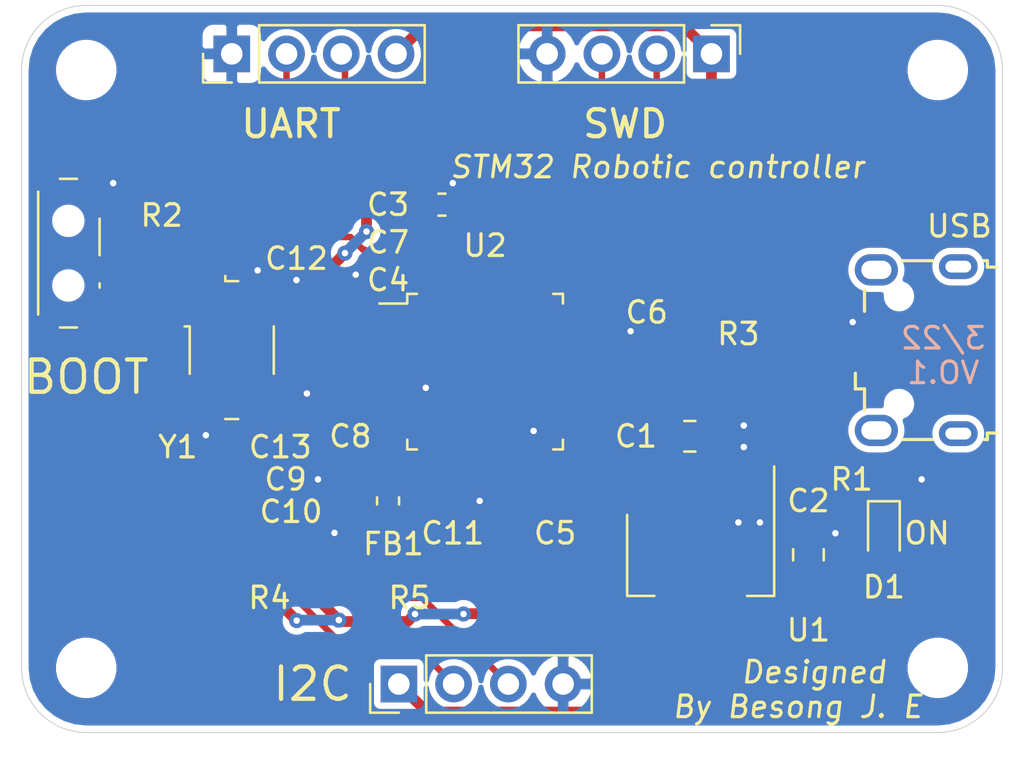
<source format=kicad_pcb>
(kicad_pcb (version 20171130) (host pcbnew "(5.1.6)-1")

  (general
    (thickness 1.6)
    (drawings 17)
    (tracks 240)
    (zones 0)
    (modules 32)
    (nets 48)
  )

  (page A4)
  (layers
    (0 F.Cu signal)
    (31 B.Cu power)
    (32 B.Adhes user)
    (33 F.Adhes user)
    (34 B.Paste user)
    (35 F.Paste user)
    (36 B.SilkS user)
    (37 F.SilkS user)
    (38 B.Mask user)
    (39 F.Mask user)
    (40 Dwgs.User user)
    (41 Cmts.User user)
    (42 Eco1.User user)
    (43 Eco2.User user)
    (44 Edge.Cuts user)
    (45 Margin user)
    (46 B.CrtYd user)
    (47 F.CrtYd user)
    (48 B.Fab user hide)
    (49 F.Fab user hide)
  )

  (setup
    (last_trace_width 0.25)
    (user_trace_width 0.3)
    (user_trace_width 0.5)
    (trace_clearance 0.2)
    (zone_clearance 0.5)
    (zone_45_only no)
    (trace_min 0.25)
    (via_size 0.8)
    (via_drill 0.4)
    (via_min_size 0.4)
    (via_min_drill 0.3)
    (user_via 0.7 0.3)
    (uvia_size 0.3)
    (uvia_drill 0.1)
    (uvias_allowed no)
    (uvia_min_size 0.2)
    (uvia_min_drill 0.1)
    (edge_width 0.05)
    (segment_width 0.2)
    (pcb_text_width 0.3)
    (pcb_text_size 1.5 1.5)
    (mod_edge_width 0.12)
    (mod_text_size 1 1)
    (mod_text_width 0.15)
    (pad_size 1.524 1.524)
    (pad_drill 0.762)
    (pad_to_mask_clearance 0.05)
    (aux_axis_origin 0 0)
    (visible_elements 7FFFFFFF)
    (pcbplotparams
      (layerselection 0x010fc_ffffffff)
      (usegerberextensions false)
      (usegerberattributes true)
      (usegerberadvancedattributes true)
      (creategerberjobfile false)
      (excludeedgelayer true)
      (linewidth 0.100000)
      (plotframeref false)
      (viasonmask false)
      (mode 1)
      (useauxorigin false)
      (hpglpennumber 1)
      (hpglpenspeed 20)
      (hpglpendiameter 15.000000)
      (psnegative false)
      (psa4output false)
      (plotreference true)
      (plotvalue true)
      (plotinvisibletext false)
      (padsonsilk false)
      (subtractmaskfromsilk false)
      (outputformat 1)
      (mirror false)
      (drillshape 0)
      (scaleselection 1)
      (outputdirectory "Manufacturing/"))
  )

  (net 0 "")
  (net 1 GND)
  (net 2 VBUS)
  (net 3 +3.3VA)
  (net 4 +3V3)
  (net 5 /NRST)
  (net 6 /HSE_IN)
  (net 7 /HSE_OUT)
  (net 8 /PWR_LED_K)
  (net 9 "Net-(J1-Pad6)")
  (net 10 "Net-(J1-Pad4)")
  (net 11 /USB_D+)
  (net 12 /USB_D-)
  (net 13 /USART1_TX)
  (net 14 /USART1_RX)
  (net 15 /SWCLK)
  (net 16 /SWDI0)
  (net 17 /I2C2_SDA)
  (net 18 /I2C2_SCL)
  (net 19 "Net-(R2-Pad2)")
  (net 20 "Net-(R2-Pad1)")
  (net 21 "Net-(U2-Pad46)")
  (net 22 "Net-(U2-Pad45)")
  (net 23 "Net-(U2-Pad41)")
  (net 24 "Net-(U2-Pad40)")
  (net 25 "Net-(U2-Pad39)")
  (net 26 "Net-(U2-Pad38)")
  (net 27 "Net-(U2-Pad31)")
  (net 28 "Net-(U2-Pad30)")
  (net 29 "Net-(U2-Pad29)")
  (net 30 "Net-(U2-Pad28)")
  (net 31 "Net-(U2-Pad27)")
  (net 32 "Net-(U2-Pad26)")
  (net 33 "Net-(U2-Pad25)")
  (net 34 "Net-(U2-Pad20)")
  (net 35 "Net-(U2-Pad19)")
  (net 36 "Net-(U2-Pad18)")
  (net 37 "Net-(U2-Pad17)")
  (net 38 "Net-(U2-Pad16)")
  (net 39 "Net-(U2-Pad15)")
  (net 40 "Net-(U2-Pad14)")
  (net 41 "Net-(U2-Pad13)")
  (net 42 "Net-(U2-Pad12)")
  (net 43 "Net-(U2-Pad11)")
  (net 44 "Net-(U2-Pad10)")
  (net 45 "Net-(U2-Pad4)")
  (net 46 "Net-(U2-Pad3)")
  (net 47 "Net-(U2-Pad2)")

  (net_class Default "This is the default net class."
    (clearance 0.2)
    (trace_width 0.25)
    (via_dia 0.8)
    (via_drill 0.4)
    (uvia_dia 0.3)
    (uvia_drill 0.1)
    (add_net +3.3VA)
    (add_net +3V3)
    (add_net /HSE_IN)
    (add_net /HSE_OUT)
    (add_net /I2C2_SCL)
    (add_net /I2C2_SDA)
    (add_net /NRST)
    (add_net /PWR_LED_K)
    (add_net /SWCLK)
    (add_net /SWDI0)
    (add_net /USART1_RX)
    (add_net /USART1_TX)
    (add_net /USB_D+)
    (add_net /USB_D-)
    (add_net GND)
    (add_net "Net-(J1-Pad4)")
    (add_net "Net-(J1-Pad6)")
    (add_net "Net-(R2-Pad1)")
    (add_net "Net-(R2-Pad2)")
    (add_net "Net-(U2-Pad10)")
    (add_net "Net-(U2-Pad11)")
    (add_net "Net-(U2-Pad12)")
    (add_net "Net-(U2-Pad13)")
    (add_net "Net-(U2-Pad14)")
    (add_net "Net-(U2-Pad15)")
    (add_net "Net-(U2-Pad16)")
    (add_net "Net-(U2-Pad17)")
    (add_net "Net-(U2-Pad18)")
    (add_net "Net-(U2-Pad19)")
    (add_net "Net-(U2-Pad2)")
    (add_net "Net-(U2-Pad20)")
    (add_net "Net-(U2-Pad25)")
    (add_net "Net-(U2-Pad26)")
    (add_net "Net-(U2-Pad27)")
    (add_net "Net-(U2-Pad28)")
    (add_net "Net-(U2-Pad29)")
    (add_net "Net-(U2-Pad3)")
    (add_net "Net-(U2-Pad30)")
    (add_net "Net-(U2-Pad31)")
    (add_net "Net-(U2-Pad38)")
    (add_net "Net-(U2-Pad39)")
    (add_net "Net-(U2-Pad4)")
    (add_net "Net-(U2-Pad40)")
    (add_net "Net-(U2-Pad41)")
    (add_net "Net-(U2-Pad45)")
    (add_net "Net-(U2-Pad46)")
    (add_net VBUS)
  )

  (module Connector_USB:USB_Micro-B_Wuerth_629105150521 (layer F.Cu) (tedit 5A142044) (tstamp 6225B7C6)
    (at 96.5 79.5 90)
    (descr "USB Micro-B receptacle, http://www.mouser.com/ds/2/445/629105150521-469306.pdf")
    (tags "usb micro receptacle")
    (path /622D61D6)
    (attr smd)
    (fp_text reference J1 (at 6 1 180) (layer F.Fab)
      (effects (font (size 1 1) (thickness 0.15)))
    )
    (fp_text value USB_B_Micro (at 0 5.6 90) (layer F.Fab)
      (effects (font (size 1 1) (thickness 0.15)))
    )
    (fp_line (start -4 -2.25) (end -4 3.15) (layer F.Fab) (width 0.15))
    (fp_line (start -4 3.15) (end -3.7 3.15) (layer F.Fab) (width 0.15))
    (fp_line (start -3.7 3.15) (end -3.7 4.35) (layer F.Fab) (width 0.15))
    (fp_line (start -3.7 4.35) (end 3.7 4.35) (layer F.Fab) (width 0.15))
    (fp_line (start 3.7 4.35) (end 3.7 3.15) (layer F.Fab) (width 0.15))
    (fp_line (start 3.7 3.15) (end 4 3.15) (layer F.Fab) (width 0.15))
    (fp_line (start 4 3.15) (end 4 -2.25) (layer F.Fab) (width 0.15))
    (fp_line (start 4 -2.25) (end -4 -2.25) (layer F.Fab) (width 0.15))
    (fp_line (start -2.7 3.75) (end 2.7 3.75) (layer F.Fab) (width 0.15))
    (fp_line (start -1.075 -2.725) (end -1.3 -2.55) (layer F.Fab) (width 0.15))
    (fp_line (start -1.3 -2.55) (end -1.525 -2.725) (layer F.Fab) (width 0.15))
    (fp_line (start -1.525 -2.725) (end -1.525 -2.95) (layer F.Fab) (width 0.15))
    (fp_line (start -1.525 -2.95) (end -1.075 -2.95) (layer F.Fab) (width 0.15))
    (fp_line (start -1.075 -2.95) (end -1.075 -2.725) (layer F.Fab) (width 0.15))
    (fp_line (start -4.15 -0.65) (end -4.15 0.75) (layer F.SilkS) (width 0.15))
    (fp_line (start -4.15 3.15) (end -4.15 3.3) (layer F.SilkS) (width 0.15))
    (fp_line (start -4.15 3.3) (end -3.85 3.3) (layer F.SilkS) (width 0.15))
    (fp_line (start -3.85 3.3) (end -3.85 3.75) (layer F.SilkS) (width 0.15))
    (fp_line (start 3.85 3.75) (end 3.85 3.3) (layer F.SilkS) (width 0.15))
    (fp_line (start 3.85 3.3) (end 4.15 3.3) (layer F.SilkS) (width 0.15))
    (fp_line (start 4.15 3.3) (end 4.15 3.15) (layer F.SilkS) (width 0.15))
    (fp_line (start 4.15 0.75) (end 4.15 -0.65) (layer F.SilkS) (width 0.15))
    (fp_line (start -1.075 -2.825) (end -1.8 -2.825) (layer F.SilkS) (width 0.15))
    (fp_line (start -1.8 -2.825) (end -1.8 -2.4) (layer F.SilkS) (width 0.15))
    (fp_line (start -1.8 -2.4) (end -2.8 -2.4) (layer F.SilkS) (width 0.15))
    (fp_line (start 1.8 -2.4) (end 2.8 -2.4) (layer F.SilkS) (width 0.15))
    (fp_line (start -4.94 -3.34) (end -4.94 4.85) (layer F.CrtYd) (width 0.05))
    (fp_line (start -4.94 4.85) (end 4.95 4.85) (layer F.CrtYd) (width 0.05))
    (fp_line (start 4.95 4.85) (end 4.95 -3.34) (layer F.CrtYd) (width 0.05))
    (fp_line (start 4.95 -3.34) (end -4.94 -3.34) (layer F.CrtYd) (width 0.05))
    (fp_text user "PCB Edge" (at 0 3.75 90) (layer Dwgs.User)
      (effects (font (size 0.5 0.5) (thickness 0.08)))
    )
    (fp_text user %R (at 0 1.05 90) (layer F.Fab)
      (effects (font (size 1 1) (thickness 0.15)))
    )
    (pad "" np_thru_hole oval (at 2.5 -0.8 90) (size 0.8 0.8) (drill 0.8) (layers *.Cu *.Mask))
    (pad "" np_thru_hole oval (at -2.5 -0.8 90) (size 0.8 0.8) (drill 0.8) (layers *.Cu *.Mask))
    (pad 6 thru_hole oval (at 3.875 1.95 90) (size 1.15 1.8) (drill oval 0.55 1.2) (layers *.Cu *.Mask)
      (net 9 "Net-(J1-Pad6)"))
    (pad 6 thru_hole oval (at -3.875 1.95 90) (size 1.15 1.8) (drill oval 0.55 1.2) (layers *.Cu *.Mask)
      (net 9 "Net-(J1-Pad6)"))
    (pad 6 thru_hole oval (at 3.725 -1.85 90) (size 1.45 2) (drill oval 0.85 1.4) (layers *.Cu *.Mask)
      (net 9 "Net-(J1-Pad6)"))
    (pad 6 thru_hole oval (at -3.725 -1.85 90) (size 1.45 2) (drill oval 0.85 1.4) (layers *.Cu *.Mask)
      (net 9 "Net-(J1-Pad6)"))
    (pad 5 smd rect (at 1.3 -1.9 90) (size 0.45 1.3) (layers F.Cu F.Paste F.Mask)
      (net 1 GND))
    (pad 4 smd rect (at 0.65 -1.9 90) (size 0.45 1.3) (layers F.Cu F.Paste F.Mask)
      (net 10 "Net-(J1-Pad4)"))
    (pad 3 smd rect (at 0 -1.9 90) (size 0.45 1.3) (layers F.Cu F.Paste F.Mask)
      (net 11 /USB_D+))
    (pad 2 smd rect (at -0.65 -1.9 90) (size 0.45 1.3) (layers F.Cu F.Paste F.Mask)
      (net 12 /USB_D-))
    (pad 1 smd rect (at -1.3 -1.9 90) (size 0.45 1.3) (layers F.Cu F.Paste F.Mask)
      (net 2 VBUS))
    (model ${KIPRJMOD}/Wurth_-_629105150521.step
      (offset (xyz 0 -1 0))
      (scale (xyz 1 1 1))
      (rotate (xyz 0 0 0))
    )
  )

  (module Button_Switch_SMD:SW_SPDT_PCM12 (layer F.Cu) (tedit 62259938) (tstamp 6225B87B)
    (at 57.5 75 270)
    (descr "Ultraminiature Surface Mount Slide Switch, right-angle, https://www.ckswitches.com/media/1424/pcm.pdf")
    (path /6226B4F8)
    (attr smd)
    (fp_text reference SW1 (at 6.5 -0.5 270) (layer F.Fab)
      (effects (font (size 1 1) (thickness 0.15)))
    )
    (fp_text value SW_SPDT (at 0 4.25 270) (layer F.Fab)
      (effects (font (size 1 1) (thickness 0.15)))
    )
    (fp_line (start -1.4 1.65) (end -1.4 2.95) (layer F.Fab) (width 0.1))
    (fp_line (start -1.4 2.95) (end -1.2 3.15) (layer F.Fab) (width 0.1))
    (fp_line (start -1.2 3.15) (end -0.35 3.15) (layer F.Fab) (width 0.1))
    (fp_line (start -0.35 3.15) (end -0.15 2.95) (layer F.Fab) (width 0.1))
    (fp_line (start -0.15 2.95) (end -0.1 2.9) (layer F.Fab) (width 0.1))
    (fp_line (start -0.1 2.9) (end -0.1 1.6) (layer F.Fab) (width 0.1))
    (fp_line (start -3.35 -1) (end -3.35 1.6) (layer F.Fab) (width 0.1))
    (fp_line (start -3.35 1.6) (end 3.35 1.6) (layer F.Fab) (width 0.1))
    (fp_line (start 3.35 1.6) (end 3.35 -1) (layer F.Fab) (width 0.1))
    (fp_line (start 3.35 -1) (end -3.35 -1) (layer F.Fab) (width 0.1))
    (fp_line (start 1.4 -1.12) (end 1.6 -1.12) (layer F.SilkS) (width 0.12))
    (fp_line (start -4.4 -2.45) (end 4.4 -2.45) (layer F.CrtYd) (width 0.05))
    (fp_line (start 4.4 -2.45) (end 4.4 2.1) (layer F.CrtYd) (width 0.05))
    (fp_line (start 4.4 2.1) (end 1.65 2.1) (layer F.CrtYd) (width 0.05))
    (fp_line (start 1.65 2.1) (end 1.65 3.4) (layer F.CrtYd) (width 0.05))
    (fp_line (start 1.65 3.4) (end -1.65 3.4) (layer F.CrtYd) (width 0.05))
    (fp_line (start -1.65 3.4) (end -1.65 2.1) (layer F.CrtYd) (width 0.05))
    (fp_line (start -1.65 2.1) (end -4.4 2.1) (layer F.CrtYd) (width 0.05))
    (fp_line (start -4.4 2.1) (end -4.4 -2.45) (layer F.CrtYd) (width 0.05))
    (fp_line (start -2.85 1.73) (end 2.85 1.73) (layer F.SilkS) (width 0.12))
    (fp_line (start -1.6 -1.12) (end 0.1 -1.12) (layer F.SilkS) (width 0.12))
    (fp_line (start -3.45 -0.07) (end -3.45 0.72) (layer F.SilkS) (width 0.12))
    (fp_line (start 3.45 0.72) (end 3.45 -0.07) (layer F.SilkS) (width 0.12))
    (fp_text user %R (at 0 -3.2 270) (layer F.Fab)
      (effects (font (size 1 1) (thickness 0.15)))
    )
    (pad "" smd rect (at -3.65 -0.78 270) (size 1 0.8) (layers F.Cu F.Paste F.Mask))
    (pad "" smd rect (at 3.65 -0.78 270) (size 1 0.8) (layers F.Cu F.Paste F.Mask))
    (pad "" smd rect (at 3.65 1.43 270) (size 1 0.8) (layers F.Cu F.Paste F.Mask))
    (pad "" smd rect (at -3.65 1.43 270) (size 1 0.8) (layers F.Cu F.Paste F.Mask))
    (pad 3 smd rect (at 2.25 -1.43 270) (size 0.7 1.5) (layers F.Cu F.Paste F.Mask)
      (net 4 +3V3))
    (pad 2 smd rect (at 0.75 -1.43 270) (size 0.7 1.5) (layers F.Cu F.Paste F.Mask)
      (net 19 "Net-(R2-Pad2)"))
    (pad 1 smd rect (at -2.25 -1.43 270) (size 0.7 1.5) (layers F.Cu F.Paste F.Mask)
      (net 1 GND))
    (pad "" np_thru_hole circle (at 1.5 0.33 270) (size 0.9 0.9) (drill 0.9) (layers *.Cu *.Mask))
    (pad "" np_thru_hole circle (at -1.5 0.33 270) (size 0.9 0.9) (drill 0.9) (layers *.Cu *.Mask))
    (model ${KISYS3DMOD}/Button_Switch_SMD.3dshapes/SW_SPDT_PCM12.wrl
      (at (xyz 0 0 0))
      (scale (xyz 1 1 1))
      (rotate (xyz 0 0 0))
    )
  )

  (module MountingHole:MountingHole_2.2mm_M2 (layer F.Cu) (tedit 56D1B4CB) (tstamp 62262095)
    (at 97.5 66.5)
    (descr "Mounting Hole 2.2mm, no annular, M2")
    (tags "mounting hole 2.2mm no annular m2")
    (path /622E62BC)
    (attr virtual)
    (fp_text reference H4 (at 0 -3.2) (layer F.Fab)
      (effects (font (size 1 1) (thickness 0.15)))
    )
    (fp_text value MountingHole (at 0 3.2) (layer F.Fab)
      (effects (font (size 1 1) (thickness 0.15)))
    )
    (fp_circle (center 0 0) (end 2.2 0) (layer Cmts.User) (width 0.15))
    (fp_circle (center 0 0) (end 2.45 0) (layer F.CrtYd) (width 0.05))
    (fp_text user %R (at 0.3 0) (layer F.Fab)
      (effects (font (size 1 1) (thickness 0.15)))
    )
    (pad 1 np_thru_hole circle (at 0 0) (size 2.2 2.2) (drill 2.2) (layers *.Cu *.Mask))
  )

  (module MountingHole:MountingHole_2.2mm_M2 (layer F.Cu) (tedit 56D1B4CB) (tstamp 6226208D)
    (at 58 66.5)
    (descr "Mounting Hole 2.2mm, no annular, M2")
    (tags "mounting hole 2.2mm no annular m2")
    (path /622E081F)
    (attr virtual)
    (fp_text reference H3 (at 0 -3.2) (layer F.Fab)
      (effects (font (size 1 1) (thickness 0.15)))
    )
    (fp_text value MountingHole (at 0 3.2) (layer F.Fab)
      (effects (font (size 1 1) (thickness 0.15)))
    )
    (fp_circle (center 0 0) (end 2.2 0) (layer Cmts.User) (width 0.15))
    (fp_circle (center 0 0) (end 2.45 0) (layer F.CrtYd) (width 0.05))
    (fp_text user %R (at 0.3 0) (layer F.Fab)
      (effects (font (size 1 1) (thickness 0.15)))
    )
    (pad 1 np_thru_hole circle (at 0 0) (size 2.2 2.2) (drill 2.2) (layers *.Cu *.Mask))
  )

  (module MountingHole:MountingHole_2.2mm_M2 (layer F.Cu) (tedit 56D1B4CB) (tstamp 62262085)
    (at 97.5 94.25)
    (descr "Mounting Hole 2.2mm, no annular, M2")
    (tags "mounting hole 2.2mm no annular m2")
    (path /622DAD8B)
    (attr virtual)
    (fp_text reference H2 (at 0 -3.2) (layer F.Fab)
      (effects (font (size 1 1) (thickness 0.15)))
    )
    (fp_text value MountingHole (at 0 3.2) (layer F.Fab)
      (effects (font (size 1 1) (thickness 0.15)))
    )
    (fp_circle (center 0 0) (end 2.2 0) (layer Cmts.User) (width 0.15))
    (fp_circle (center 0 0) (end 2.45 0) (layer F.CrtYd) (width 0.05))
    (fp_text user %R (at 0.3 0) (layer F.Fab)
      (effects (font (size 1 1) (thickness 0.15)))
    )
    (pad 1 np_thru_hole circle (at 0 0) (size 2.2 2.2) (drill 2.2) (layers *.Cu *.Mask))
  )

  (module MountingHole:MountingHole_2.2mm_M2 (layer F.Cu) (tedit 56D1B4CB) (tstamp 6226207D)
    (at 58 94.25)
    (descr "Mounting Hole 2.2mm, no annular, M2")
    (tags "mounting hole 2.2mm no annular m2")
    (path /622D9165)
    (attr virtual)
    (fp_text reference H1 (at 0 -3.2) (layer F.Fab)
      (effects (font (size 1 1) (thickness 0.15)))
    )
    (fp_text value MountingHole (at 0 3.2) (layer F.Fab)
      (effects (font (size 1 1) (thickness 0.15)))
    )
    (fp_circle (center 0 0) (end 2.2 0) (layer Cmts.User) (width 0.15))
    (fp_circle (center 0 0) (end 2.45 0) (layer F.CrtYd) (width 0.05))
    (fp_text user %R (at 0.3 0) (layer F.Fab)
      (effects (font (size 1 1) (thickness 0.15)))
    )
    (pad 1 np_thru_hole circle (at 0 0) (size 2.2 2.2) (drill 2.2) (layers *.Cu *.Mask))
  )

  (module Crystal:Crystal_SMD_0603-4Pin_6.0x3.5mm (layer F.Cu) (tedit 5A0FD1B2) (tstamp 6225B90C)
    (at 64.75 79.5 270)
    (descr "SMD Crystal SERIES SMD0603/4 http://www.petermann-technik.de/fileadmin/petermann/pdf/SMD0603-4.pdf, 6.0x3.5mm^2 package")
    (tags "SMD SMT crystal")
    (path /622B4311)
    (attr smd)
    (fp_text reference Y1 (at 4.5 2.5 180) (layer F.SilkS)
      (effects (font (size 1 1) (thickness 0.15)))
    )
    (fp_text value 16MHz (at 0 2.95 90) (layer F.Fab)
      (effects (font (size 1 1) (thickness 0.15)))
    )
    (fp_line (start -2.9 -1.75) (end 2.9 -1.75) (layer F.Fab) (width 0.1))
    (fp_line (start 2.9 -1.75) (end 3 -1.65) (layer F.Fab) (width 0.1))
    (fp_line (start 3 -1.65) (end 3 1.65) (layer F.Fab) (width 0.1))
    (fp_line (start 3 1.65) (end 2.9 1.75) (layer F.Fab) (width 0.1))
    (fp_line (start 2.9 1.75) (end -2.9 1.75) (layer F.Fab) (width 0.1))
    (fp_line (start -2.9 1.75) (end -3 1.65) (layer F.Fab) (width 0.1))
    (fp_line (start -3 1.65) (end -3 -1.65) (layer F.Fab) (width 0.1))
    (fp_line (start -3 -1.65) (end -2.9 -1.75) (layer F.Fab) (width 0.1))
    (fp_line (start -3 0.75) (end -2 1.75) (layer F.Fab) (width 0.1))
    (fp_line (start -3.44 0.3) (end -3.2 0.3) (layer F.SilkS) (width 0.12))
    (fp_line (start -3.2 0.3) (end -3.2 -0.3) (layer F.SilkS) (width 0.12))
    (fp_line (start 3.2 -0.3) (end 3.2 0.3) (layer F.SilkS) (width 0.12))
    (fp_line (start -1.1 -1.95) (end 1.1 -1.95) (layer F.SilkS) (width 0.12))
    (fp_line (start 1.1 1.95) (end -1.1 1.95) (layer F.SilkS) (width 0.12))
    (fp_line (start -1.1 1.95) (end -1.1 2.19) (layer F.SilkS) (width 0.12))
    (fp_line (start -3.4 -2.2) (end -3.4 2.2) (layer F.CrtYd) (width 0.05))
    (fp_line (start -3.4 2.2) (end 3.4 2.2) (layer F.CrtYd) (width 0.05))
    (fp_line (start 3.4 2.2) (end 3.4 -2.2) (layer F.CrtYd) (width 0.05))
    (fp_line (start 3.4 -2.2) (end -3.4 -2.2) (layer F.CrtYd) (width 0.05))
    (fp_circle (center 0 0) (end 0.4 0) (layer F.Adhes) (width 0.1))
    (fp_circle (center 0 0) (end 0.333333 0) (layer F.Adhes) (width 0.133333))
    (fp_circle (center 0 0) (end 0.213333 0) (layer F.Adhes) (width 0.133333))
    (fp_circle (center 0 0) (end 0.093333 0) (layer F.Adhes) (width 0.186667))
    (fp_text user %R (at 0 0 90) (layer F.Fab)
      (effects (font (size 1 1) (thickness 0.15)))
    )
    (pad 4 smd rect (at -2.2 -1.2 270) (size 1.8 1.4) (layers F.Cu F.Paste F.Mask)
      (net 1 GND))
    (pad 3 smd rect (at 2.2 -1.2 270) (size 1.8 1.4) (layers F.Cu F.Paste F.Mask)
      (net 7 /HSE_OUT))
    (pad 2 smd rect (at 2.2 1.2 270) (size 1.8 1.4) (layers F.Cu F.Paste F.Mask)
      (net 1 GND))
    (pad 1 smd rect (at -2.2 1.2 270) (size 1.8 1.4) (layers F.Cu F.Paste F.Mask)
      (net 6 /HSE_IN))
    (model ${KISYS3DMOD}/Crystal.3dshapes/Crystal_SMD_0603-4Pin_6.0x3.5mm.wrl
      (at (xyz 0 0 0))
      (scale (xyz 1 1 1))
      (rotate (xyz 0 0 0))
    )
  )

  (module Package_QFP:LQFP-48_7x7mm_P0.5mm (layer F.Cu) (tedit 5D9F72AF) (tstamp 6225B8EC)
    (at 76.5 80.5)
    (descr "LQFP, 48 Pin (https://www.analog.com/media/en/technical-documentation/data-sheets/ltc2358-16.pdf), generated with kicad-footprint-generator ipc_gullwing_generator.py")
    (tags "LQFP QFP")
    (path /62219BEA)
    (attr smd)
    (fp_text reference U2 (at 0 -5.85) (layer F.SilkS)
      (effects (font (size 1 1) (thickness 0.15)))
    )
    (fp_text value STM32F103C8T6 (at 0 5.85) (layer F.Fab)
      (effects (font (size 1 1) (thickness 0.15)))
    )
    (fp_line (start 3.16 3.61) (end 3.61 3.61) (layer F.SilkS) (width 0.12))
    (fp_line (start 3.61 3.61) (end 3.61 3.16) (layer F.SilkS) (width 0.12))
    (fp_line (start -3.16 3.61) (end -3.61 3.61) (layer F.SilkS) (width 0.12))
    (fp_line (start -3.61 3.61) (end -3.61 3.16) (layer F.SilkS) (width 0.12))
    (fp_line (start 3.16 -3.61) (end 3.61 -3.61) (layer F.SilkS) (width 0.12))
    (fp_line (start 3.61 -3.61) (end 3.61 -3.16) (layer F.SilkS) (width 0.12))
    (fp_line (start -3.16 -3.61) (end -3.61 -3.61) (layer F.SilkS) (width 0.12))
    (fp_line (start -3.61 -3.61) (end -3.61 -3.16) (layer F.SilkS) (width 0.12))
    (fp_line (start -3.61 -3.16) (end -4.9 -3.16) (layer F.SilkS) (width 0.12))
    (fp_line (start -2.5 -3.5) (end 3.5 -3.5) (layer F.Fab) (width 0.1))
    (fp_line (start 3.5 -3.5) (end 3.5 3.5) (layer F.Fab) (width 0.1))
    (fp_line (start 3.5 3.5) (end -3.5 3.5) (layer F.Fab) (width 0.1))
    (fp_line (start -3.5 3.5) (end -3.5 -2.5) (layer F.Fab) (width 0.1))
    (fp_line (start -3.5 -2.5) (end -2.5 -3.5) (layer F.Fab) (width 0.1))
    (fp_line (start 0 -5.15) (end -3.15 -5.15) (layer F.CrtYd) (width 0.05))
    (fp_line (start -3.15 -5.15) (end -3.15 -3.75) (layer F.CrtYd) (width 0.05))
    (fp_line (start -3.15 -3.75) (end -3.75 -3.75) (layer F.CrtYd) (width 0.05))
    (fp_line (start -3.75 -3.75) (end -3.75 -3.15) (layer F.CrtYd) (width 0.05))
    (fp_line (start -3.75 -3.15) (end -5.15 -3.15) (layer F.CrtYd) (width 0.05))
    (fp_line (start -5.15 -3.15) (end -5.15 0) (layer F.CrtYd) (width 0.05))
    (fp_line (start 0 -5.15) (end 3.15 -5.15) (layer F.CrtYd) (width 0.05))
    (fp_line (start 3.15 -5.15) (end 3.15 -3.75) (layer F.CrtYd) (width 0.05))
    (fp_line (start 3.15 -3.75) (end 3.75 -3.75) (layer F.CrtYd) (width 0.05))
    (fp_line (start 3.75 -3.75) (end 3.75 -3.15) (layer F.CrtYd) (width 0.05))
    (fp_line (start 3.75 -3.15) (end 5.15 -3.15) (layer F.CrtYd) (width 0.05))
    (fp_line (start 5.15 -3.15) (end 5.15 0) (layer F.CrtYd) (width 0.05))
    (fp_line (start 0 5.15) (end -3.15 5.15) (layer F.CrtYd) (width 0.05))
    (fp_line (start -3.15 5.15) (end -3.15 3.75) (layer F.CrtYd) (width 0.05))
    (fp_line (start -3.15 3.75) (end -3.75 3.75) (layer F.CrtYd) (width 0.05))
    (fp_line (start -3.75 3.75) (end -3.75 3.15) (layer F.CrtYd) (width 0.05))
    (fp_line (start -3.75 3.15) (end -5.15 3.15) (layer F.CrtYd) (width 0.05))
    (fp_line (start -5.15 3.15) (end -5.15 0) (layer F.CrtYd) (width 0.05))
    (fp_line (start 0 5.15) (end 3.15 5.15) (layer F.CrtYd) (width 0.05))
    (fp_line (start 3.15 5.15) (end 3.15 3.75) (layer F.CrtYd) (width 0.05))
    (fp_line (start 3.15 3.75) (end 3.75 3.75) (layer F.CrtYd) (width 0.05))
    (fp_line (start 3.75 3.75) (end 3.75 3.15) (layer F.CrtYd) (width 0.05))
    (fp_line (start 3.75 3.15) (end 5.15 3.15) (layer F.CrtYd) (width 0.05))
    (fp_line (start 5.15 3.15) (end 5.15 0) (layer F.CrtYd) (width 0.05))
    (fp_text user %R (at 0 0) (layer F.Fab)
      (effects (font (size 1 1) (thickness 0.15)))
    )
    (pad 48 smd roundrect (at -2.75 -4.1625) (size 0.3 1.475) (layers F.Cu F.Paste F.Mask) (roundrect_rratio 0.25)
      (net 4 +3V3))
    (pad 47 smd roundrect (at -2.25 -4.1625) (size 0.3 1.475) (layers F.Cu F.Paste F.Mask) (roundrect_rratio 0.25)
      (net 1 GND))
    (pad 46 smd roundrect (at -1.75 -4.1625) (size 0.3 1.475) (layers F.Cu F.Paste F.Mask) (roundrect_rratio 0.25)
      (net 21 "Net-(U2-Pad46)"))
    (pad 45 smd roundrect (at -1.25 -4.1625) (size 0.3 1.475) (layers F.Cu F.Paste F.Mask) (roundrect_rratio 0.25)
      (net 22 "Net-(U2-Pad45)"))
    (pad 44 smd roundrect (at -0.75 -4.1625) (size 0.3 1.475) (layers F.Cu F.Paste F.Mask) (roundrect_rratio 0.25)
      (net 20 "Net-(R2-Pad1)"))
    (pad 43 smd roundrect (at -0.25 -4.1625) (size 0.3 1.475) (layers F.Cu F.Paste F.Mask) (roundrect_rratio 0.25)
      (net 14 /USART1_RX))
    (pad 42 smd roundrect (at 0.25 -4.1625) (size 0.3 1.475) (layers F.Cu F.Paste F.Mask) (roundrect_rratio 0.25)
      (net 13 /USART1_TX))
    (pad 41 smd roundrect (at 0.75 -4.1625) (size 0.3 1.475) (layers F.Cu F.Paste F.Mask) (roundrect_rratio 0.25)
      (net 23 "Net-(U2-Pad41)"))
    (pad 40 smd roundrect (at 1.25 -4.1625) (size 0.3 1.475) (layers F.Cu F.Paste F.Mask) (roundrect_rratio 0.25)
      (net 24 "Net-(U2-Pad40)"))
    (pad 39 smd roundrect (at 1.75 -4.1625) (size 0.3 1.475) (layers F.Cu F.Paste F.Mask) (roundrect_rratio 0.25)
      (net 25 "Net-(U2-Pad39)"))
    (pad 38 smd roundrect (at 2.25 -4.1625) (size 0.3 1.475) (layers F.Cu F.Paste F.Mask) (roundrect_rratio 0.25)
      (net 26 "Net-(U2-Pad38)"))
    (pad 37 smd roundrect (at 2.75 -4.1625) (size 0.3 1.475) (layers F.Cu F.Paste F.Mask) (roundrect_rratio 0.25)
      (net 15 /SWCLK))
    (pad 36 smd roundrect (at 4.1625 -2.75) (size 1.475 0.3) (layers F.Cu F.Paste F.Mask) (roundrect_rratio 0.25)
      (net 4 +3V3))
    (pad 35 smd roundrect (at 4.1625 -2.25) (size 1.475 0.3) (layers F.Cu F.Paste F.Mask) (roundrect_rratio 0.25)
      (net 1 GND))
    (pad 34 smd roundrect (at 4.1625 -1.75) (size 1.475 0.3) (layers F.Cu F.Paste F.Mask) (roundrect_rratio 0.25)
      (net 16 /SWDI0))
    (pad 33 smd roundrect (at 4.1625 -1.25) (size 1.475 0.3) (layers F.Cu F.Paste F.Mask) (roundrect_rratio 0.25)
      (net 11 /USB_D+))
    (pad 32 smd roundrect (at 4.1625 -0.75) (size 1.475 0.3) (layers F.Cu F.Paste F.Mask) (roundrect_rratio 0.25)
      (net 12 /USB_D-))
    (pad 31 smd roundrect (at 4.1625 -0.25) (size 1.475 0.3) (layers F.Cu F.Paste F.Mask) (roundrect_rratio 0.25)
      (net 27 "Net-(U2-Pad31)"))
    (pad 30 smd roundrect (at 4.1625 0.25) (size 1.475 0.3) (layers F.Cu F.Paste F.Mask) (roundrect_rratio 0.25)
      (net 28 "Net-(U2-Pad30)"))
    (pad 29 smd roundrect (at 4.1625 0.75) (size 1.475 0.3) (layers F.Cu F.Paste F.Mask) (roundrect_rratio 0.25)
      (net 29 "Net-(U2-Pad29)"))
    (pad 28 smd roundrect (at 4.1625 1.25) (size 1.475 0.3) (layers F.Cu F.Paste F.Mask) (roundrect_rratio 0.25)
      (net 30 "Net-(U2-Pad28)"))
    (pad 27 smd roundrect (at 4.1625 1.75) (size 1.475 0.3) (layers F.Cu F.Paste F.Mask) (roundrect_rratio 0.25)
      (net 31 "Net-(U2-Pad27)"))
    (pad 26 smd roundrect (at 4.1625 2.25) (size 1.475 0.3) (layers F.Cu F.Paste F.Mask) (roundrect_rratio 0.25)
      (net 32 "Net-(U2-Pad26)"))
    (pad 25 smd roundrect (at 4.1625 2.75) (size 1.475 0.3) (layers F.Cu F.Paste F.Mask) (roundrect_rratio 0.25)
      (net 33 "Net-(U2-Pad25)"))
    (pad 24 smd roundrect (at 2.75 4.1625) (size 0.3 1.475) (layers F.Cu F.Paste F.Mask) (roundrect_rratio 0.25)
      (net 4 +3V3))
    (pad 23 smd roundrect (at 2.25 4.1625) (size 0.3 1.475) (layers F.Cu F.Paste F.Mask) (roundrect_rratio 0.25)
      (net 1 GND))
    (pad 22 smd roundrect (at 1.75 4.1625) (size 0.3 1.475) (layers F.Cu F.Paste F.Mask) (roundrect_rratio 0.25)
      (net 17 /I2C2_SDA))
    (pad 21 smd roundrect (at 1.25 4.1625) (size 0.3 1.475) (layers F.Cu F.Paste F.Mask) (roundrect_rratio 0.25)
      (net 18 /I2C2_SCL))
    (pad 20 smd roundrect (at 0.75 4.1625) (size 0.3 1.475) (layers F.Cu F.Paste F.Mask) (roundrect_rratio 0.25)
      (net 34 "Net-(U2-Pad20)"))
    (pad 19 smd roundrect (at 0.25 4.1625) (size 0.3 1.475) (layers F.Cu F.Paste F.Mask) (roundrect_rratio 0.25)
      (net 35 "Net-(U2-Pad19)"))
    (pad 18 smd roundrect (at -0.25 4.1625) (size 0.3 1.475) (layers F.Cu F.Paste F.Mask) (roundrect_rratio 0.25)
      (net 36 "Net-(U2-Pad18)"))
    (pad 17 smd roundrect (at -0.75 4.1625) (size 0.3 1.475) (layers F.Cu F.Paste F.Mask) (roundrect_rratio 0.25)
      (net 37 "Net-(U2-Pad17)"))
    (pad 16 smd roundrect (at -1.25 4.1625) (size 0.3 1.475) (layers F.Cu F.Paste F.Mask) (roundrect_rratio 0.25)
      (net 38 "Net-(U2-Pad16)"))
    (pad 15 smd roundrect (at -1.75 4.1625) (size 0.3 1.475) (layers F.Cu F.Paste F.Mask) (roundrect_rratio 0.25)
      (net 39 "Net-(U2-Pad15)"))
    (pad 14 smd roundrect (at -2.25 4.1625) (size 0.3 1.475) (layers F.Cu F.Paste F.Mask) (roundrect_rratio 0.25)
      (net 40 "Net-(U2-Pad14)"))
    (pad 13 smd roundrect (at -2.75 4.1625) (size 0.3 1.475) (layers F.Cu F.Paste F.Mask) (roundrect_rratio 0.25)
      (net 41 "Net-(U2-Pad13)"))
    (pad 12 smd roundrect (at -4.1625 2.75) (size 1.475 0.3) (layers F.Cu F.Paste F.Mask) (roundrect_rratio 0.25)
      (net 42 "Net-(U2-Pad12)"))
    (pad 11 smd roundrect (at -4.1625 2.25) (size 1.475 0.3) (layers F.Cu F.Paste F.Mask) (roundrect_rratio 0.25)
      (net 43 "Net-(U2-Pad11)"))
    (pad 10 smd roundrect (at -4.1625 1.75) (size 1.475 0.3) (layers F.Cu F.Paste F.Mask) (roundrect_rratio 0.25)
      (net 44 "Net-(U2-Pad10)"))
    (pad 9 smd roundrect (at -4.1625 1.25) (size 1.475 0.3) (layers F.Cu F.Paste F.Mask) (roundrect_rratio 0.25)
      (net 3 +3.3VA))
    (pad 8 smd roundrect (at -4.1625 0.75) (size 1.475 0.3) (layers F.Cu F.Paste F.Mask) (roundrect_rratio 0.25)
      (net 1 GND))
    (pad 7 smd roundrect (at -4.1625 0.25) (size 1.475 0.3) (layers F.Cu F.Paste F.Mask) (roundrect_rratio 0.25)
      (net 5 /NRST))
    (pad 6 smd roundrect (at -4.1625 -0.25) (size 1.475 0.3) (layers F.Cu F.Paste F.Mask) (roundrect_rratio 0.25)
      (net 7 /HSE_OUT))
    (pad 5 smd roundrect (at -4.1625 -0.75) (size 1.475 0.3) (layers F.Cu F.Paste F.Mask) (roundrect_rratio 0.25)
      (net 6 /HSE_IN))
    (pad 4 smd roundrect (at -4.1625 -1.25) (size 1.475 0.3) (layers F.Cu F.Paste F.Mask) (roundrect_rratio 0.25)
      (net 45 "Net-(U2-Pad4)"))
    (pad 3 smd roundrect (at -4.1625 -1.75) (size 1.475 0.3) (layers F.Cu F.Paste F.Mask) (roundrect_rratio 0.25)
      (net 46 "Net-(U2-Pad3)"))
    (pad 2 smd roundrect (at -4.1625 -2.25) (size 1.475 0.3) (layers F.Cu F.Paste F.Mask) (roundrect_rratio 0.25)
      (net 47 "Net-(U2-Pad2)"))
    (pad 1 smd roundrect (at -4.1625 -2.75) (size 1.475 0.3) (layers F.Cu F.Paste F.Mask) (roundrect_rratio 0.25)
      (net 4 +3V3))
    (model ${KISYS3DMOD}/Package_QFP.3dshapes/LQFP-48_7x7mm_P0.5mm.wrl
      (at (xyz 0 0 0))
      (scale (xyz 1 1 1))
      (rotate (xyz 0 0 0))
    )
  )

  (module Package_TO_SOT_SMD:SOT-223-3_TabPin2 (layer F.Cu) (tedit 5A02FF57) (tstamp 6225B891)
    (at 86.5 89 270)
    (descr "module CMS SOT223 4 pins")
    (tags "CMS SOT")
    (path /62371D82)
    (attr smd)
    (fp_text reference U1 (at 3.5 -5 180) (layer F.SilkS)
      (effects (font (size 1 1) (thickness 0.15)))
    )
    (fp_text value AMS1117-3.3 (at 0 4.5 90) (layer F.Fab)
      (effects (font (size 1 1) (thickness 0.15)))
    )
    (fp_line (start 1.91 3.41) (end 1.91 2.15) (layer F.SilkS) (width 0.12))
    (fp_line (start 1.91 -3.41) (end 1.91 -2.15) (layer F.SilkS) (width 0.12))
    (fp_line (start 4.4 -3.6) (end -4.4 -3.6) (layer F.CrtYd) (width 0.05))
    (fp_line (start 4.4 3.6) (end 4.4 -3.6) (layer F.CrtYd) (width 0.05))
    (fp_line (start -4.4 3.6) (end 4.4 3.6) (layer F.CrtYd) (width 0.05))
    (fp_line (start -4.4 -3.6) (end -4.4 3.6) (layer F.CrtYd) (width 0.05))
    (fp_line (start -1.85 -2.35) (end -0.85 -3.35) (layer F.Fab) (width 0.1))
    (fp_line (start -1.85 -2.35) (end -1.85 3.35) (layer F.Fab) (width 0.1))
    (fp_line (start -1.85 3.41) (end 1.91 3.41) (layer F.SilkS) (width 0.12))
    (fp_line (start -0.85 -3.35) (end 1.85 -3.35) (layer F.Fab) (width 0.1))
    (fp_line (start -4.1 -3.41) (end 1.91 -3.41) (layer F.SilkS) (width 0.12))
    (fp_line (start -1.85 3.35) (end 1.85 3.35) (layer F.Fab) (width 0.1))
    (fp_line (start 1.85 -3.35) (end 1.85 3.35) (layer F.Fab) (width 0.1))
    (fp_text user %R (at 0 0) (layer F.Fab)
      (effects (font (size 0.8 0.8) (thickness 0.12)))
    )
    (pad 1 smd rect (at -3.15 -2.3 270) (size 2 1.5) (layers F.Cu F.Paste F.Mask)
      (net 1 GND))
    (pad 3 smd rect (at -3.15 2.3 270) (size 2 1.5) (layers F.Cu F.Paste F.Mask)
      (net 2 VBUS))
    (pad 2 smd rect (at -3.15 0 270) (size 2 1.5) (layers F.Cu F.Paste F.Mask)
      (net 4 +3V3))
    (pad 2 smd rect (at 3.15 0 270) (size 2 3.8) (layers F.Cu F.Paste F.Mask)
      (net 4 +3V3))
    (model ${KISYS3DMOD}/Package_TO_SOT_SMD.3dshapes/SOT-223.wrl
      (at (xyz 0 0 0))
      (scale (xyz 1 1 1))
      (rotate (xyz 0 0 0))
    )
  )

  (module Resistor_SMD:R_0402_1005Metric (layer F.Cu) (tedit 5B301BBD) (tstamp 6225B859)
    (at 71 91)
    (descr "Resistor SMD 0402 (1005 Metric), square (rectangular) end terminal, IPC_7351 nominal, (Body size source: http://www.tortai-tech.com/upload/download/2011102023233369053.pdf), generated with kicad-footprint-generator")
    (tags resistor)
    (path /624C9C73)
    (attr smd)
    (fp_text reference R5 (at 2 0) (layer F.SilkS)
      (effects (font (size 1 1) (thickness 0.15)))
    )
    (fp_text value 1k5 (at 0 1.17) (layer F.Fab)
      (effects (font (size 1 1) (thickness 0.15)))
    )
    (fp_line (start -0.5 0.25) (end -0.5 -0.25) (layer F.Fab) (width 0.1))
    (fp_line (start -0.5 -0.25) (end 0.5 -0.25) (layer F.Fab) (width 0.1))
    (fp_line (start 0.5 -0.25) (end 0.5 0.25) (layer F.Fab) (width 0.1))
    (fp_line (start 0.5 0.25) (end -0.5 0.25) (layer F.Fab) (width 0.1))
    (fp_line (start -0.93 0.47) (end -0.93 -0.47) (layer F.CrtYd) (width 0.05))
    (fp_line (start -0.93 -0.47) (end 0.93 -0.47) (layer F.CrtYd) (width 0.05))
    (fp_line (start 0.93 -0.47) (end 0.93 0.47) (layer F.CrtYd) (width 0.05))
    (fp_line (start 0.93 0.47) (end -0.93 0.47) (layer F.CrtYd) (width 0.05))
    (fp_text user %R (at 0 0) (layer F.Fab)
      (effects (font (size 0.25 0.25) (thickness 0.04)))
    )
    (pad 2 smd roundrect (at 0.485 0) (size 0.59 0.64) (layers F.Cu F.Paste F.Mask) (roundrect_rratio 0.25)
      (net 17 /I2C2_SDA))
    (pad 1 smd roundrect (at -0.485 0) (size 0.59 0.64) (layers F.Cu F.Paste F.Mask) (roundrect_rratio 0.25)
      (net 4 +3V3))
    (model ${KISYS3DMOD}/Resistor_SMD.3dshapes/R_0402_1005Metric.wrl
      (at (xyz 0 0 0))
      (scale (xyz 1 1 1))
      (rotate (xyz 0 0 0))
    )
  )

  (module Resistor_SMD:R_0402_1005Metric (layer F.Cu) (tedit 5B301BBD) (tstamp 6225B84A)
    (at 68.5 91 180)
    (descr "Resistor SMD 0402 (1005 Metric), square (rectangular) end terminal, IPC_7351 nominal, (Body size source: http://www.tortai-tech.com/upload/download/2011102023233369053.pdf), generated with kicad-footprint-generator")
    (tags resistor)
    (path /624C8C20)
    (attr smd)
    (fp_text reference R4 (at 2 0) (layer F.SilkS)
      (effects (font (size 1 1) (thickness 0.15)))
    )
    (fp_text value 1k5 (at 0 1.17) (layer F.Fab)
      (effects (font (size 1 1) (thickness 0.15)))
    )
    (fp_line (start -0.5 0.25) (end -0.5 -0.25) (layer F.Fab) (width 0.1))
    (fp_line (start -0.5 -0.25) (end 0.5 -0.25) (layer F.Fab) (width 0.1))
    (fp_line (start 0.5 -0.25) (end 0.5 0.25) (layer F.Fab) (width 0.1))
    (fp_line (start 0.5 0.25) (end -0.5 0.25) (layer F.Fab) (width 0.1))
    (fp_line (start -0.93 0.47) (end -0.93 -0.47) (layer F.CrtYd) (width 0.05))
    (fp_line (start -0.93 -0.47) (end 0.93 -0.47) (layer F.CrtYd) (width 0.05))
    (fp_line (start 0.93 -0.47) (end 0.93 0.47) (layer F.CrtYd) (width 0.05))
    (fp_line (start 0.93 0.47) (end -0.93 0.47) (layer F.CrtYd) (width 0.05))
    (fp_text user %R (at 0 0) (layer F.Fab)
      (effects (font (size 0.25 0.25) (thickness 0.04)))
    )
    (pad 2 smd roundrect (at 0.485 0 180) (size 0.59 0.64) (layers F.Cu F.Paste F.Mask) (roundrect_rratio 0.25)
      (net 18 /I2C2_SCL))
    (pad 1 smd roundrect (at -0.485 0 180) (size 0.59 0.64) (layers F.Cu F.Paste F.Mask) (roundrect_rratio 0.25)
      (net 4 +3V3))
    (model ${KISYS3DMOD}/Resistor_SMD.3dshapes/R_0402_1005Metric.wrl
      (at (xyz 0 0 0))
      (scale (xyz 1 1 1))
      (rotate (xyz 0 0 0))
    )
  )

  (module Resistor_SMD:R_0402_1005Metric (layer F.Cu) (tedit 5B301BBD) (tstamp 6225B83B)
    (at 86.75 78.75 270)
    (descr "Resistor SMD 0402 (1005 Metric), square (rectangular) end terminal, IPC_7351 nominal, (Body size source: http://www.tortai-tech.com/upload/download/2011102023233369053.pdf), generated with kicad-footprint-generator")
    (tags resistor)
    (path /622F7843)
    (attr smd)
    (fp_text reference R3 (at 0 -1.5 180) (layer F.SilkS)
      (effects (font (size 1 1) (thickness 0.15)))
    )
    (fp_text value 1k5 (at 0 1.17 90) (layer F.Fab)
      (effects (font (size 1 1) (thickness 0.15)))
    )
    (fp_line (start -0.5 0.25) (end -0.5 -0.25) (layer F.Fab) (width 0.1))
    (fp_line (start -0.5 -0.25) (end 0.5 -0.25) (layer F.Fab) (width 0.1))
    (fp_line (start 0.5 -0.25) (end 0.5 0.25) (layer F.Fab) (width 0.1))
    (fp_line (start 0.5 0.25) (end -0.5 0.25) (layer F.Fab) (width 0.1))
    (fp_line (start -0.93 0.47) (end -0.93 -0.47) (layer F.CrtYd) (width 0.05))
    (fp_line (start -0.93 -0.47) (end 0.93 -0.47) (layer F.CrtYd) (width 0.05))
    (fp_line (start 0.93 -0.47) (end 0.93 0.47) (layer F.CrtYd) (width 0.05))
    (fp_line (start 0.93 0.47) (end -0.93 0.47) (layer F.CrtYd) (width 0.05))
    (fp_text user %R (at 0 0 90) (layer F.Fab)
      (effects (font (size 0.25 0.25) (thickness 0.04)))
    )
    (pad 2 smd roundrect (at 0.485 0 270) (size 0.59 0.64) (layers F.Cu F.Paste F.Mask) (roundrect_rratio 0.25)
      (net 11 /USB_D+))
    (pad 1 smd roundrect (at -0.485 0 270) (size 0.59 0.64) (layers F.Cu F.Paste F.Mask) (roundrect_rratio 0.25)
      (net 4 +3V3))
    (model ${KISYS3DMOD}/Resistor_SMD.3dshapes/R_0402_1005Metric.wrl
      (at (xyz 0 0 0))
      (scale (xyz 1 1 1))
      (rotate (xyz 0 0 0))
    )
  )

  (module Resistor_SMD:R_0402_1005Metric (layer F.Cu) (tedit 5B301BBD) (tstamp 6225B82C)
    (at 61.25 75 270)
    (descr "Resistor SMD 0402 (1005 Metric), square (rectangular) end terminal, IPC_7351 nominal, (Body size source: http://www.tortai-tech.com/upload/download/2011102023233369053.pdf), generated with kicad-footprint-generator")
    (tags resistor)
    (path /622744D4)
    (attr smd)
    (fp_text reference R2 (at -1.75 -0.25 180) (layer F.SilkS)
      (effects (font (size 1 1) (thickness 0.15)))
    )
    (fp_text value 10k (at 0 1.17 90) (layer F.Fab)
      (effects (font (size 1 1) (thickness 0.15)))
    )
    (fp_line (start -0.5 0.25) (end -0.5 -0.25) (layer F.Fab) (width 0.1))
    (fp_line (start -0.5 -0.25) (end 0.5 -0.25) (layer F.Fab) (width 0.1))
    (fp_line (start 0.5 -0.25) (end 0.5 0.25) (layer F.Fab) (width 0.1))
    (fp_line (start 0.5 0.25) (end -0.5 0.25) (layer F.Fab) (width 0.1))
    (fp_line (start -0.93 0.47) (end -0.93 -0.47) (layer F.CrtYd) (width 0.05))
    (fp_line (start -0.93 -0.47) (end 0.93 -0.47) (layer F.CrtYd) (width 0.05))
    (fp_line (start 0.93 -0.47) (end 0.93 0.47) (layer F.CrtYd) (width 0.05))
    (fp_line (start 0.93 0.47) (end -0.93 0.47) (layer F.CrtYd) (width 0.05))
    (fp_text user %R (at 0 0 90) (layer F.Fab)
      (effects (font (size 0.25 0.25) (thickness 0.04)))
    )
    (pad 2 smd roundrect (at 0.485 0 270) (size 0.59 0.64) (layers F.Cu F.Paste F.Mask) (roundrect_rratio 0.25)
      (net 19 "Net-(R2-Pad2)"))
    (pad 1 smd roundrect (at -0.485 0 270) (size 0.59 0.64) (layers F.Cu F.Paste F.Mask) (roundrect_rratio 0.25)
      (net 20 "Net-(R2-Pad1)"))
    (model ${KISYS3DMOD}/Resistor_SMD.3dshapes/R_0402_1005Metric.wrl
      (at (xyz 0 0 0))
      (scale (xyz 1 1 1))
      (rotate (xyz 0 0 0))
    )
  )

  (module Resistor_SMD:R_0402_1005Metric (layer F.Cu) (tedit 5B301BBD) (tstamp 6225B81D)
    (at 95.5 85.5)
    (descr "Resistor SMD 0402 (1005 Metric), square (rectangular) end terminal, IPC_7351 nominal, (Body size source: http://www.tortai-tech.com/upload/download/2011102023233369053.pdf), generated with kicad-footprint-generator")
    (tags resistor)
    (path /623A78E2)
    (attr smd)
    (fp_text reference R1 (at -2 0) (layer F.SilkS)
      (effects (font (size 1 1) (thickness 0.15)))
    )
    (fp_text value 1k5 (at 0 1.17) (layer F.Fab)
      (effects (font (size 1 1) (thickness 0.15)))
    )
    (fp_line (start -0.5 0.25) (end -0.5 -0.25) (layer F.Fab) (width 0.1))
    (fp_line (start -0.5 -0.25) (end 0.5 -0.25) (layer F.Fab) (width 0.1))
    (fp_line (start 0.5 -0.25) (end 0.5 0.25) (layer F.Fab) (width 0.1))
    (fp_line (start 0.5 0.25) (end -0.5 0.25) (layer F.Fab) (width 0.1))
    (fp_line (start -0.93 0.47) (end -0.93 -0.47) (layer F.CrtYd) (width 0.05))
    (fp_line (start -0.93 -0.47) (end 0.93 -0.47) (layer F.CrtYd) (width 0.05))
    (fp_line (start 0.93 -0.47) (end 0.93 0.47) (layer F.CrtYd) (width 0.05))
    (fp_line (start 0.93 0.47) (end -0.93 0.47) (layer F.CrtYd) (width 0.05))
    (fp_text user %R (at 0 0) (layer F.Fab)
      (effects (font (size 0.25 0.25) (thickness 0.04)))
    )
    (pad 2 smd roundrect (at 0.485 0) (size 0.59 0.64) (layers F.Cu F.Paste F.Mask) (roundrect_rratio 0.25)
      (net 1 GND))
    (pad 1 smd roundrect (at -0.485 0) (size 0.59 0.64) (layers F.Cu F.Paste F.Mask) (roundrect_rratio 0.25)
      (net 8 /PWR_LED_K))
    (model ${KISYS3DMOD}/Resistor_SMD.3dshapes/R_0402_1005Metric.wrl
      (at (xyz 0 0 0))
      (scale (xyz 1 1 1))
      (rotate (xyz 0 0 0))
    )
  )

  (module Connector_PinHeader_2.54mm:PinHeader_1x04_P2.54mm_Vertical (layer F.Cu) (tedit 59FED5CC) (tstamp 6225B80E)
    (at 72.5 95 90)
    (descr "Through hole straight pin header, 1x04, 2.54mm pitch, single row")
    (tags "Through hole pin header THT 1x04 2.54mm single row")
    (path /624470FD)
    (fp_text reference J4 (at 0 -3 180) (layer F.Fab)
      (effects (font (size 1 1) (thickness 0.15)))
    )
    (fp_text value Conn_01x04_Male (at 0 9.95 90) (layer F.Fab)
      (effects (font (size 1 1) (thickness 0.15)))
    )
    (fp_line (start -0.635 -1.27) (end 1.27 -1.27) (layer F.Fab) (width 0.1))
    (fp_line (start 1.27 -1.27) (end 1.27 8.89) (layer F.Fab) (width 0.1))
    (fp_line (start 1.27 8.89) (end -1.27 8.89) (layer F.Fab) (width 0.1))
    (fp_line (start -1.27 8.89) (end -1.27 -0.635) (layer F.Fab) (width 0.1))
    (fp_line (start -1.27 -0.635) (end -0.635 -1.27) (layer F.Fab) (width 0.1))
    (fp_line (start -1.33 8.95) (end 1.33 8.95) (layer F.SilkS) (width 0.12))
    (fp_line (start -1.33 1.27) (end -1.33 8.95) (layer F.SilkS) (width 0.12))
    (fp_line (start 1.33 1.27) (end 1.33 8.95) (layer F.SilkS) (width 0.12))
    (fp_line (start -1.33 1.27) (end 1.33 1.27) (layer F.SilkS) (width 0.12))
    (fp_line (start -1.33 0) (end -1.33 -1.33) (layer F.SilkS) (width 0.12))
    (fp_line (start -1.33 -1.33) (end 0 -1.33) (layer F.SilkS) (width 0.12))
    (fp_line (start -1.8 -1.8) (end -1.8 9.4) (layer F.CrtYd) (width 0.05))
    (fp_line (start -1.8 9.4) (end 1.8 9.4) (layer F.CrtYd) (width 0.05))
    (fp_line (start 1.8 9.4) (end 1.8 -1.8) (layer F.CrtYd) (width 0.05))
    (fp_line (start 1.8 -1.8) (end -1.8 -1.8) (layer F.CrtYd) (width 0.05))
    (fp_text user %R (at 0 3.81) (layer F.Fab)
      (effects (font (size 1 1) (thickness 0.15)))
    )
    (pad 4 thru_hole oval (at 0 7.62 90) (size 1.7 1.7) (drill 1) (layers *.Cu *.Mask)
      (net 1 GND))
    (pad 3 thru_hole oval (at 0 5.08 90) (size 1.7 1.7) (drill 1) (layers *.Cu *.Mask)
      (net 17 /I2C2_SDA))
    (pad 2 thru_hole oval (at 0 2.54 90) (size 1.7 1.7) (drill 1) (layers *.Cu *.Mask)
      (net 18 /I2C2_SCL))
    (pad 1 thru_hole rect (at 0 0 90) (size 1.7 1.7) (drill 1) (layers *.Cu *.Mask)
      (net 4 +3V3))
    (model ${KISYS3DMOD}/Connector_PinHeader_2.54mm.3dshapes/PinHeader_1x04_P2.54mm_Vertical.wrl
      (at (xyz 0 0 0))
      (scale (xyz 1 1 1))
      (rotate (xyz 0 0 0))
    )
  )

  (module Connector_PinHeader_2.54mm:PinHeader_1x04_P2.54mm_Vertical (layer F.Cu) (tedit 59FED5CC) (tstamp 6225B7F6)
    (at 87 65.75 270)
    (descr "Through hole straight pin header, 1x04, 2.54mm pitch, single row")
    (tags "Through hole pin header THT 1x04 2.54mm single row")
    (path /62300651)
    (fp_text reference J3 (at 0 -3 180) (layer F.Fab)
      (effects (font (size 1 1) (thickness 0.15)))
    )
    (fp_text value Conn_01x04_Male (at 0 9.95 90) (layer F.Fab)
      (effects (font (size 1 1) (thickness 0.15)))
    )
    (fp_line (start -0.635 -1.27) (end 1.27 -1.27) (layer F.Fab) (width 0.1))
    (fp_line (start 1.27 -1.27) (end 1.27 8.89) (layer F.Fab) (width 0.1))
    (fp_line (start 1.27 8.89) (end -1.27 8.89) (layer F.Fab) (width 0.1))
    (fp_line (start -1.27 8.89) (end -1.27 -0.635) (layer F.Fab) (width 0.1))
    (fp_line (start -1.27 -0.635) (end -0.635 -1.27) (layer F.Fab) (width 0.1))
    (fp_line (start -1.33 8.95) (end 1.33 8.95) (layer F.SilkS) (width 0.12))
    (fp_line (start -1.33 1.27) (end -1.33 8.95) (layer F.SilkS) (width 0.12))
    (fp_line (start 1.33 1.27) (end 1.33 8.95) (layer F.SilkS) (width 0.12))
    (fp_line (start -1.33 1.27) (end 1.33 1.27) (layer F.SilkS) (width 0.12))
    (fp_line (start -1.33 0) (end -1.33 -1.33) (layer F.SilkS) (width 0.12))
    (fp_line (start -1.33 -1.33) (end 0 -1.33) (layer F.SilkS) (width 0.12))
    (fp_line (start -1.8 -1.8) (end -1.8 9.4) (layer F.CrtYd) (width 0.05))
    (fp_line (start -1.8 9.4) (end 1.8 9.4) (layer F.CrtYd) (width 0.05))
    (fp_line (start 1.8 9.4) (end 1.8 -1.8) (layer F.CrtYd) (width 0.05))
    (fp_line (start 1.8 -1.8) (end -1.8 -1.8) (layer F.CrtYd) (width 0.05))
    (fp_text user %R (at 0 3.81) (layer F.Fab)
      (effects (font (size 1 1) (thickness 0.15)))
    )
    (pad 4 thru_hole oval (at 0 7.62 270) (size 1.7 1.7) (drill 1) (layers *.Cu *.Mask)
      (net 1 GND))
    (pad 3 thru_hole oval (at 0 5.08 270) (size 1.7 1.7) (drill 1) (layers *.Cu *.Mask)
      (net 15 /SWCLK))
    (pad 2 thru_hole oval (at 0 2.54 270) (size 1.7 1.7) (drill 1) (layers *.Cu *.Mask)
      (net 16 /SWDI0))
    (pad 1 thru_hole rect (at 0 0 270) (size 1.7 1.7) (drill 1) (layers *.Cu *.Mask)
      (net 4 +3V3))
    (model ${KISYS3DMOD}/Connector_PinHeader_2.54mm.3dshapes/PinHeader_1x04_P2.54mm_Vertical.wrl
      (at (xyz 0 0 0))
      (scale (xyz 1 1 1))
      (rotate (xyz 0 0 0))
    )
  )

  (module Connector_PinHeader_2.54mm:PinHeader_1x04_P2.54mm_Vertical (layer F.Cu) (tedit 59FED5CC) (tstamp 6225B7DE)
    (at 64.75 65.75 90)
    (descr "Through hole straight pin header, 1x04, 2.54mm pitch, single row")
    (tags "Through hole pin header THT 1x04 2.54mm single row")
    (path /624218AB)
    (fp_text reference J2 (at 0 10.5 180) (layer F.Fab)
      (effects (font (size 1 1) (thickness 0.15)))
    )
    (fp_text value Conn_01x04_Male (at 0 9.95 90) (layer F.Fab)
      (effects (font (size 1 1) (thickness 0.15)))
    )
    (fp_line (start -0.635 -1.27) (end 1.27 -1.27) (layer F.Fab) (width 0.1))
    (fp_line (start 1.27 -1.27) (end 1.27 8.89) (layer F.Fab) (width 0.1))
    (fp_line (start 1.27 8.89) (end -1.27 8.89) (layer F.Fab) (width 0.1))
    (fp_line (start -1.27 8.89) (end -1.27 -0.635) (layer F.Fab) (width 0.1))
    (fp_line (start -1.27 -0.635) (end -0.635 -1.27) (layer F.Fab) (width 0.1))
    (fp_line (start -1.33 8.95) (end 1.33 8.95) (layer F.SilkS) (width 0.12))
    (fp_line (start -1.33 1.27) (end -1.33 8.95) (layer F.SilkS) (width 0.12))
    (fp_line (start 1.33 1.27) (end 1.33 8.95) (layer F.SilkS) (width 0.12))
    (fp_line (start -1.33 1.27) (end 1.33 1.27) (layer F.SilkS) (width 0.12))
    (fp_line (start -1.33 0) (end -1.33 -1.33) (layer F.SilkS) (width 0.12))
    (fp_line (start -1.33 -1.33) (end 0 -1.33) (layer F.SilkS) (width 0.12))
    (fp_line (start -1.8 -1.8) (end -1.8 9.4) (layer F.CrtYd) (width 0.05))
    (fp_line (start -1.8 9.4) (end 1.8 9.4) (layer F.CrtYd) (width 0.05))
    (fp_line (start 1.8 9.4) (end 1.8 -1.8) (layer F.CrtYd) (width 0.05))
    (fp_line (start 1.8 -1.8) (end -1.8 -1.8) (layer F.CrtYd) (width 0.05))
    (fp_text user %R (at 0 3.81) (layer F.Fab)
      (effects (font (size 1 1) (thickness 0.15)))
    )
    (pad 4 thru_hole oval (at 0 7.62 90) (size 1.7 1.7) (drill 1) (layers *.Cu *.Mask)
      (net 4 +3V3))
    (pad 3 thru_hole oval (at 0 5.08 90) (size 1.7 1.7) (drill 1) (layers *.Cu *.Mask)
      (net 13 /USART1_TX))
    (pad 2 thru_hole oval (at 0 2.54 90) (size 1.7 1.7) (drill 1) (layers *.Cu *.Mask)
      (net 14 /USART1_RX))
    (pad 1 thru_hole rect (at 0 0 90) (size 1.7 1.7) (drill 1) (layers *.Cu *.Mask)
      (net 1 GND))
    (model ${KISYS3DMOD}/Connector_PinHeader_2.54mm.3dshapes/PinHeader_1x04_P2.54mm_Vertical.wrl
      (at (xyz 0 0 0))
      (scale (xyz 1 1 1))
      (rotate (xyz 0 0 0))
    )
  )

  (module Inductor_SMD:L_0603_1608Metric (layer F.Cu) (tedit 5B301BBE) (tstamp 6225B797)
    (at 72 86.5 90)
    (descr "Inductor SMD 0603 (1608 Metric), square (rectangular) end terminal, IPC_7351 nominal, (Body size source: http://www.tortai-tech.com/upload/download/2011102023233369053.pdf), generated with kicad-footprint-generator")
    (tags inductor)
    (path /62252754)
    (attr smd)
    (fp_text reference FB1 (at -2 0.25 180) (layer F.SilkS)
      (effects (font (size 1 1) (thickness 0.15)))
    )
    (fp_text value Ferrite_Bead (at 0 1.43 90) (layer F.Fab)
      (effects (font (size 1 1) (thickness 0.15)))
    )
    (fp_line (start -0.8 0.4) (end -0.8 -0.4) (layer F.Fab) (width 0.1))
    (fp_line (start -0.8 -0.4) (end 0.8 -0.4) (layer F.Fab) (width 0.1))
    (fp_line (start 0.8 -0.4) (end 0.8 0.4) (layer F.Fab) (width 0.1))
    (fp_line (start 0.8 0.4) (end -0.8 0.4) (layer F.Fab) (width 0.1))
    (fp_line (start -0.162779 -0.51) (end 0.162779 -0.51) (layer F.SilkS) (width 0.12))
    (fp_line (start -0.162779 0.51) (end 0.162779 0.51) (layer F.SilkS) (width 0.12))
    (fp_line (start -1.48 0.73) (end -1.48 -0.73) (layer F.CrtYd) (width 0.05))
    (fp_line (start -1.48 -0.73) (end 1.48 -0.73) (layer F.CrtYd) (width 0.05))
    (fp_line (start 1.48 -0.73) (end 1.48 0.73) (layer F.CrtYd) (width 0.05))
    (fp_line (start 1.48 0.73) (end -1.48 0.73) (layer F.CrtYd) (width 0.05))
    (fp_text user %R (at 0 0 90) (layer F.Fab)
      (effects (font (size 0.4 0.4) (thickness 0.06)))
    )
    (pad 2 smd roundrect (at 0.7875 0 90) (size 0.875 0.95) (layers F.Cu F.Paste F.Mask) (roundrect_rratio 0.25)
      (net 3 +3.3VA))
    (pad 1 smd roundrect (at -0.7875 0 90) (size 0.875 0.95) (layers F.Cu F.Paste F.Mask) (roundrect_rratio 0.25)
      (net 4 +3V3))
    (model ${KISYS3DMOD}/Inductor_SMD.3dshapes/L_0603_1608Metric.wrl
      (at (xyz 0 0 0))
      (scale (xyz 1 1 1))
      (rotate (xyz 0 0 0))
    )
  )

  (module LED_SMD:LED_0603_1608Metric (layer F.Cu) (tedit 5B301BBE) (tstamp 6225B786)
    (at 95 88 270)
    (descr "LED SMD 0603 (1608 Metric), square (rectangular) end terminal, IPC_7351 nominal, (Body size source: http://www.tortai-tech.com/upload/download/2011102023233369053.pdf), generated with kicad-footprint-generator")
    (tags diode)
    (path /6239E9FB)
    (attr smd)
    (fp_text reference D1 (at 2.5 0) (layer F.SilkS)
      (effects (font (size 1 1) (thickness 0.15)))
    )
    (fp_text value RED (at 0 1.43 90) (layer F.Fab)
      (effects (font (size 1 1) (thickness 0.15)))
    )
    (fp_line (start 0.8 -0.4) (end -0.5 -0.4) (layer F.Fab) (width 0.1))
    (fp_line (start -0.5 -0.4) (end -0.8 -0.1) (layer F.Fab) (width 0.1))
    (fp_line (start -0.8 -0.1) (end -0.8 0.4) (layer F.Fab) (width 0.1))
    (fp_line (start -0.8 0.4) (end 0.8 0.4) (layer F.Fab) (width 0.1))
    (fp_line (start 0.8 0.4) (end 0.8 -0.4) (layer F.Fab) (width 0.1))
    (fp_line (start 0.8 -0.735) (end -1.485 -0.735) (layer F.SilkS) (width 0.12))
    (fp_line (start -1.485 -0.735) (end -1.485 0.735) (layer F.SilkS) (width 0.12))
    (fp_line (start -1.485 0.735) (end 0.8 0.735) (layer F.SilkS) (width 0.12))
    (fp_line (start -1.48 0.73) (end -1.48 -0.73) (layer F.CrtYd) (width 0.05))
    (fp_line (start -1.48 -0.73) (end 1.48 -0.73) (layer F.CrtYd) (width 0.05))
    (fp_line (start 1.48 -0.73) (end 1.48 0.73) (layer F.CrtYd) (width 0.05))
    (fp_line (start 1.48 0.73) (end -1.48 0.73) (layer F.CrtYd) (width 0.05))
    (fp_text user %R (at 0 0 90) (layer F.Fab)
      (effects (font (size 0.4 0.4) (thickness 0.06)))
    )
    (pad 2 smd roundrect (at 0.7875 0 270) (size 0.875 0.95) (layers F.Cu F.Paste F.Mask) (roundrect_rratio 0.25)
      (net 4 +3V3))
    (pad 1 smd roundrect (at -0.7875 0 270) (size 0.875 0.95) (layers F.Cu F.Paste F.Mask) (roundrect_rratio 0.25)
      (net 8 /PWR_LED_K))
    (model ${KISYS3DMOD}/LED_SMD.3dshapes/LED_0603_1608Metric.wrl
      (at (xyz 0 0 0))
      (scale (xyz 1 1 1))
      (rotate (xyz 0 0 0))
    )
  )

  (module Capacitor_SMD:C_0402_1005Metric (layer F.Cu) (tedit 5B301BBE) (tstamp 6225B773)
    (at 67.5 82 90)
    (descr "Capacitor SMD 0402 (1005 Metric), square (rectangular) end terminal, IPC_7351 nominal, (Body size source: http://www.tortai-tech.com/upload/download/2011102023233369053.pdf), generated with kicad-footprint-generator")
    (tags capacitor)
    (path /622BF8ED)
    (attr smd)
    (fp_text reference C13 (at -2 -0.5 180) (layer F.SilkS)
      (effects (font (size 1 1) (thickness 0.15)))
    )
    (fp_text value 10p (at 0 1.17 90) (layer F.Fab)
      (effects (font (size 1 1) (thickness 0.15)))
    )
    (fp_line (start -0.5 0.25) (end -0.5 -0.25) (layer F.Fab) (width 0.1))
    (fp_line (start -0.5 -0.25) (end 0.5 -0.25) (layer F.Fab) (width 0.1))
    (fp_line (start 0.5 -0.25) (end 0.5 0.25) (layer F.Fab) (width 0.1))
    (fp_line (start 0.5 0.25) (end -0.5 0.25) (layer F.Fab) (width 0.1))
    (fp_line (start -0.93 0.47) (end -0.93 -0.47) (layer F.CrtYd) (width 0.05))
    (fp_line (start -0.93 -0.47) (end 0.93 -0.47) (layer F.CrtYd) (width 0.05))
    (fp_line (start 0.93 -0.47) (end 0.93 0.47) (layer F.CrtYd) (width 0.05))
    (fp_line (start 0.93 0.47) (end -0.93 0.47) (layer F.CrtYd) (width 0.05))
    (fp_text user %R (at 0 0 90) (layer F.Fab)
      (effects (font (size 0.25 0.25) (thickness 0.04)))
    )
    (pad 2 smd roundrect (at 0.485 0 90) (size 0.59 0.64) (layers F.Cu F.Paste F.Mask) (roundrect_rratio 0.25)
      (net 1 GND))
    (pad 1 smd roundrect (at -0.485 0 90) (size 0.59 0.64) (layers F.Cu F.Paste F.Mask) (roundrect_rratio 0.25)
      (net 7 /HSE_OUT))
    (model ${KISYS3DMOD}/Capacitor_SMD.3dshapes/C_0402_1005Metric.wrl
      (at (xyz 0 0 0))
      (scale (xyz 1 1 1))
      (rotate (xyz 0 0 0))
    )
  )

  (module Capacitor_SMD:C_0402_1005Metric (layer F.Cu) (tedit 5B301BBE) (tstamp 6225B764)
    (at 67.75 77.5 90)
    (descr "Capacitor SMD 0402 (1005 Metric), square (rectangular) end terminal, IPC_7351 nominal, (Body size source: http://www.tortai-tech.com/upload/download/2011102023233369053.pdf), generated with kicad-footprint-generator")
    (tags capacitor)
    (path /622BE73E)
    (attr smd)
    (fp_text reference C12 (at 2.25 0 180) (layer F.SilkS)
      (effects (font (size 1 1) (thickness 0.15)))
    )
    (fp_text value 10p (at 0 1.17 90) (layer F.Fab)
      (effects (font (size 1 1) (thickness 0.15)))
    )
    (fp_line (start -0.5 0.25) (end -0.5 -0.25) (layer F.Fab) (width 0.1))
    (fp_line (start -0.5 -0.25) (end 0.5 -0.25) (layer F.Fab) (width 0.1))
    (fp_line (start 0.5 -0.25) (end 0.5 0.25) (layer F.Fab) (width 0.1))
    (fp_line (start 0.5 0.25) (end -0.5 0.25) (layer F.Fab) (width 0.1))
    (fp_line (start -0.93 0.47) (end -0.93 -0.47) (layer F.CrtYd) (width 0.05))
    (fp_line (start -0.93 -0.47) (end 0.93 -0.47) (layer F.CrtYd) (width 0.05))
    (fp_line (start 0.93 -0.47) (end 0.93 0.47) (layer F.CrtYd) (width 0.05))
    (fp_line (start 0.93 0.47) (end -0.93 0.47) (layer F.CrtYd) (width 0.05))
    (fp_text user %R (at 0 0 90) (layer F.Fab)
      (effects (font (size 0.25 0.25) (thickness 0.04)))
    )
    (pad 2 smd roundrect (at 0.485 0 90) (size 0.59 0.64) (layers F.Cu F.Paste F.Mask) (roundrect_rratio 0.25)
      (net 1 GND))
    (pad 1 smd roundrect (at -0.485 0 90) (size 0.59 0.64) (layers F.Cu F.Paste F.Mask) (roundrect_rratio 0.25)
      (net 6 /HSE_IN))
    (model ${KISYS3DMOD}/Capacitor_SMD.3dshapes/C_0402_1005Metric.wrl
      (at (xyz 0 0 0))
      (scale (xyz 1 1 1))
      (rotate (xyz 0 0 0))
    )
  )

  (module Capacitor_SMD:C_0402_1005Metric (layer F.Cu) (tedit 5B301BBE) (tstamp 62260A61)
    (at 75 86.5)
    (descr "Capacitor SMD 0402 (1005 Metric), square (rectangular) end terminal, IPC_7351 nominal, (Body size source: http://www.tortai-tech.com/upload/download/2011102023233369053.pdf), generated with kicad-footprint-generator")
    (tags capacitor)
    (path /62268192)
    (attr smd)
    (fp_text reference C11 (at 0 1.5) (layer F.SilkS)
      (effects (font (size 1 1) (thickness 0.15)))
    )
    (fp_text value 100n (at 0 1.17) (layer F.Fab)
      (effects (font (size 1 1) (thickness 0.15)))
    )
    (fp_line (start -0.5 0.25) (end -0.5 -0.25) (layer F.Fab) (width 0.1))
    (fp_line (start -0.5 -0.25) (end 0.5 -0.25) (layer F.Fab) (width 0.1))
    (fp_line (start 0.5 -0.25) (end 0.5 0.25) (layer F.Fab) (width 0.1))
    (fp_line (start 0.5 0.25) (end -0.5 0.25) (layer F.Fab) (width 0.1))
    (fp_line (start -0.93 0.47) (end -0.93 -0.47) (layer F.CrtYd) (width 0.05))
    (fp_line (start -0.93 -0.47) (end 0.93 -0.47) (layer F.CrtYd) (width 0.05))
    (fp_line (start 0.93 -0.47) (end 0.93 0.47) (layer F.CrtYd) (width 0.05))
    (fp_line (start 0.93 0.47) (end -0.93 0.47) (layer F.CrtYd) (width 0.05))
    (fp_text user %R (at 0 0) (layer F.Fab)
      (effects (font (size 0.25 0.25) (thickness 0.04)))
    )
    (pad 2 smd roundrect (at 0.485 0) (size 0.59 0.64) (layers F.Cu F.Paste F.Mask) (roundrect_rratio 0.25)
      (net 1 GND))
    (pad 1 smd roundrect (at -0.485 0) (size 0.59 0.64) (layers F.Cu F.Paste F.Mask) (roundrect_rratio 0.25)
      (net 5 /NRST))
    (model ${KISYS3DMOD}/Capacitor_SMD.3dshapes/C_0402_1005Metric.wrl
      (at (xyz 0 0 0))
      (scale (xyz 1 1 1))
      (rotate (xyz 0 0 0))
    )
  )

  (module Capacitor_SMD:C_0402_1005Metric (layer F.Cu) (tedit 5B301BBE) (tstamp 6225B746)
    (at 70 87 180)
    (descr "Capacitor SMD 0402 (1005 Metric), square (rectangular) end terminal, IPC_7351 nominal, (Body size source: http://www.tortai-tech.com/upload/download/2011102023233369053.pdf), generated with kicad-footprint-generator")
    (tags capacitor)
    (path /62257E06)
    (attr smd)
    (fp_text reference C10 (at 2.5 0) (layer F.SilkS)
      (effects (font (size 1 1) (thickness 0.15)))
    )
    (fp_text value 1u (at 0 1.17) (layer F.Fab)
      (effects (font (size 1 1) (thickness 0.15)))
    )
    (fp_line (start -0.5 0.25) (end -0.5 -0.25) (layer F.Fab) (width 0.1))
    (fp_line (start -0.5 -0.25) (end 0.5 -0.25) (layer F.Fab) (width 0.1))
    (fp_line (start 0.5 -0.25) (end 0.5 0.25) (layer F.Fab) (width 0.1))
    (fp_line (start 0.5 0.25) (end -0.5 0.25) (layer F.Fab) (width 0.1))
    (fp_line (start -0.93 0.47) (end -0.93 -0.47) (layer F.CrtYd) (width 0.05))
    (fp_line (start -0.93 -0.47) (end 0.93 -0.47) (layer F.CrtYd) (width 0.05))
    (fp_line (start 0.93 -0.47) (end 0.93 0.47) (layer F.CrtYd) (width 0.05))
    (fp_line (start 0.93 0.47) (end -0.93 0.47) (layer F.CrtYd) (width 0.05))
    (fp_text user %R (at 0 0) (layer F.Fab)
      (effects (font (size 0.25 0.25) (thickness 0.04)))
    )
    (pad 2 smd roundrect (at 0.485 0 180) (size 0.59 0.64) (layers F.Cu F.Paste F.Mask) (roundrect_rratio 0.25)
      (net 1 GND))
    (pad 1 smd roundrect (at -0.485 0 180) (size 0.59 0.64) (layers F.Cu F.Paste F.Mask) (roundrect_rratio 0.25)
      (net 4 +3V3))
    (model ${KISYS3DMOD}/Capacitor_SMD.3dshapes/C_0402_1005Metric.wrl
      (at (xyz 0 0 0))
      (scale (xyz 1 1 1))
      (rotate (xyz 0 0 0))
    )
  )

  (module Capacitor_SMD:C_0402_1005Metric (layer F.Cu) (tedit 5B301BBE) (tstamp 6225B737)
    (at 70 85.5 180)
    (descr "Capacitor SMD 0402 (1005 Metric), square (rectangular) end terminal, IPC_7351 nominal, (Body size source: http://www.tortai-tech.com/upload/download/2011102023233369053.pdf), generated with kicad-footprint-generator")
    (tags capacitor)
    (path /6224C2B0)
    (attr smd)
    (fp_text reference C9 (at 2.75 0) (layer F.SilkS)
      (effects (font (size 1 1) (thickness 0.15)))
    )
    (fp_text value 1u (at 0 1.17) (layer F.Fab)
      (effects (font (size 1 1) (thickness 0.15)))
    )
    (fp_line (start -0.5 0.25) (end -0.5 -0.25) (layer F.Fab) (width 0.1))
    (fp_line (start -0.5 -0.25) (end 0.5 -0.25) (layer F.Fab) (width 0.1))
    (fp_line (start 0.5 -0.25) (end 0.5 0.25) (layer F.Fab) (width 0.1))
    (fp_line (start 0.5 0.25) (end -0.5 0.25) (layer F.Fab) (width 0.1))
    (fp_line (start -0.93 0.47) (end -0.93 -0.47) (layer F.CrtYd) (width 0.05))
    (fp_line (start -0.93 -0.47) (end 0.93 -0.47) (layer F.CrtYd) (width 0.05))
    (fp_line (start 0.93 -0.47) (end 0.93 0.47) (layer F.CrtYd) (width 0.05))
    (fp_line (start 0.93 0.47) (end -0.93 0.47) (layer F.CrtYd) (width 0.05))
    (fp_text user %R (at 0 0) (layer F.Fab)
      (effects (font (size 0.25 0.25) (thickness 0.04)))
    )
    (pad 2 smd roundrect (at 0.485 0 180) (size 0.59 0.64) (layers F.Cu F.Paste F.Mask) (roundrect_rratio 0.25)
      (net 1 GND))
    (pad 1 smd roundrect (at -0.485 0 180) (size 0.59 0.64) (layers F.Cu F.Paste F.Mask) (roundrect_rratio 0.25)
      (net 3 +3.3VA))
    (model ${KISYS3DMOD}/Capacitor_SMD.3dshapes/C_0402_1005Metric.wrl
      (at (xyz 0 0 0))
      (scale (xyz 1 1 1))
      (rotate (xyz 0 0 0))
    )
  )

  (module Capacitor_SMD:C_0402_1005Metric (layer F.Cu) (tedit 5B301BBE) (tstamp 6225C91B)
    (at 70.5 81.5 90)
    (descr "Capacitor SMD 0402 (1005 Metric), square (rectangular) end terminal, IPC_7351 nominal, (Body size source: http://www.tortai-tech.com/upload/download/2011102023233369053.pdf), generated with kicad-footprint-generator")
    (tags capacitor)
    (path /6224BA44)
    (attr smd)
    (fp_text reference C8 (at -2 -0.25 180) (layer F.SilkS)
      (effects (font (size 1 1) (thickness 0.15)))
    )
    (fp_text value 10u (at 0 1.17 90) (layer F.Fab)
      (effects (font (size 1 1) (thickness 0.15)))
    )
    (fp_line (start -0.5 0.25) (end -0.5 -0.25) (layer F.Fab) (width 0.1))
    (fp_line (start -0.5 -0.25) (end 0.5 -0.25) (layer F.Fab) (width 0.1))
    (fp_line (start 0.5 -0.25) (end 0.5 0.25) (layer F.Fab) (width 0.1))
    (fp_line (start 0.5 0.25) (end -0.5 0.25) (layer F.Fab) (width 0.1))
    (fp_line (start -0.93 0.47) (end -0.93 -0.47) (layer F.CrtYd) (width 0.05))
    (fp_line (start -0.93 -0.47) (end 0.93 -0.47) (layer F.CrtYd) (width 0.05))
    (fp_line (start 0.93 -0.47) (end 0.93 0.47) (layer F.CrtYd) (width 0.05))
    (fp_line (start 0.93 0.47) (end -0.93 0.47) (layer F.CrtYd) (width 0.05))
    (fp_text user %R (at 0 0 90) (layer F.Fab)
      (effects (font (size 0.25 0.25) (thickness 0.04)))
    )
    (pad 2 smd roundrect (at 0.485 0 90) (size 0.59 0.64) (layers F.Cu F.Paste F.Mask) (roundrect_rratio 0.25)
      (net 1 GND))
    (pad 1 smd roundrect (at -0.485 0 90) (size 0.59 0.64) (layers F.Cu F.Paste F.Mask) (roundrect_rratio 0.25)
      (net 3 +3.3VA))
    (model ${KISYS3DMOD}/Capacitor_SMD.3dshapes/C_0402_1005Metric.wrl
      (at (xyz 0 0 0))
      (scale (xyz 1 1 1))
      (rotate (xyz 0 0 0))
    )
  )

  (module Capacitor_SMD:C_0402_1005Metric (layer F.Cu) (tedit 5B301BBE) (tstamp 6225B719)
    (at 74 74.5)
    (descr "Capacitor SMD 0402 (1005 Metric), square (rectangular) end terminal, IPC_7351 nominal, (Body size source: http://www.tortai-tech.com/upload/download/2011102023233369053.pdf), generated with kicad-footprint-generator")
    (tags capacitor)
    (path /6223D90F)
    (attr smd)
    (fp_text reference C7 (at -2 0) (layer F.SilkS)
      (effects (font (size 1 1) (thickness 0.15)))
    )
    (fp_text value 100n (at 0 1.17) (layer F.Fab)
      (effects (font (size 1 1) (thickness 0.15)))
    )
    (fp_line (start -0.5 0.25) (end -0.5 -0.25) (layer F.Fab) (width 0.1))
    (fp_line (start -0.5 -0.25) (end 0.5 -0.25) (layer F.Fab) (width 0.1))
    (fp_line (start 0.5 -0.25) (end 0.5 0.25) (layer F.Fab) (width 0.1))
    (fp_line (start 0.5 0.25) (end -0.5 0.25) (layer F.Fab) (width 0.1))
    (fp_line (start -0.93 0.47) (end -0.93 -0.47) (layer F.CrtYd) (width 0.05))
    (fp_line (start -0.93 -0.47) (end 0.93 -0.47) (layer F.CrtYd) (width 0.05))
    (fp_line (start 0.93 -0.47) (end 0.93 0.47) (layer F.CrtYd) (width 0.05))
    (fp_line (start 0.93 0.47) (end -0.93 0.47) (layer F.CrtYd) (width 0.05))
    (fp_text user %R (at 0 0) (layer F.Fab)
      (effects (font (size 0.25 0.25) (thickness 0.04)))
    )
    (pad 2 smd roundrect (at 0.485 0) (size 0.59 0.64) (layers F.Cu F.Paste F.Mask) (roundrect_rratio 0.25)
      (net 1 GND))
    (pad 1 smd roundrect (at -0.485 0) (size 0.59 0.64) (layers F.Cu F.Paste F.Mask) (roundrect_rratio 0.25)
      (net 4 +3V3))
    (model ${KISYS3DMOD}/Capacitor_SMD.3dshapes/C_0402_1005Metric.wrl
      (at (xyz 0 0 0))
      (scale (xyz 1 1 1))
      (rotate (xyz 0 0 0))
    )
  )

  (module Capacitor_SMD:C_0402_1005Metric (layer F.Cu) (tedit 5B301BBE) (tstamp 6225B70A)
    (at 82.5 78 270)
    (descr "Capacitor SMD 0402 (1005 Metric), square (rectangular) end terminal, IPC_7351 nominal, (Body size source: http://www.tortai-tech.com/upload/download/2011102023233369053.pdf), generated with kicad-footprint-generator")
    (tags capacitor)
    (path /62243FEE)
    (attr smd)
    (fp_text reference C6 (at -0.25 -1.5 180) (layer F.SilkS)
      (effects (font (size 1 1) (thickness 0.15)))
    )
    (fp_text value 100n (at 0 1.17 90) (layer F.Fab)
      (effects (font (size 1 1) (thickness 0.15)))
    )
    (fp_line (start -0.5 0.25) (end -0.5 -0.25) (layer F.Fab) (width 0.1))
    (fp_line (start -0.5 -0.25) (end 0.5 -0.25) (layer F.Fab) (width 0.1))
    (fp_line (start 0.5 -0.25) (end 0.5 0.25) (layer F.Fab) (width 0.1))
    (fp_line (start 0.5 0.25) (end -0.5 0.25) (layer F.Fab) (width 0.1))
    (fp_line (start -0.93 0.47) (end -0.93 -0.47) (layer F.CrtYd) (width 0.05))
    (fp_line (start -0.93 -0.47) (end 0.93 -0.47) (layer F.CrtYd) (width 0.05))
    (fp_line (start 0.93 -0.47) (end 0.93 0.47) (layer F.CrtYd) (width 0.05))
    (fp_line (start 0.93 0.47) (end -0.93 0.47) (layer F.CrtYd) (width 0.05))
    (fp_text user %R (at 0 0 90) (layer F.Fab)
      (effects (font (size 0.25 0.25) (thickness 0.04)))
    )
    (pad 2 smd roundrect (at 0.485 0 270) (size 0.59 0.64) (layers F.Cu F.Paste F.Mask) (roundrect_rratio 0.25)
      (net 1 GND))
    (pad 1 smd roundrect (at -0.485 0 270) (size 0.59 0.64) (layers F.Cu F.Paste F.Mask) (roundrect_rratio 0.25)
      (net 4 +3V3))
    (model ${KISYS3DMOD}/Capacitor_SMD.3dshapes/C_0402_1005Metric.wrl
      (at (xyz 0 0 0))
      (scale (xyz 1 1 1))
      (rotate (xyz 0 0 0))
    )
  )

  (module Capacitor_SMD:C_0402_1005Metric (layer F.Cu) (tedit 5B301BBE) (tstamp 6225B6FB)
    (at 79.75 86.5 180)
    (descr "Capacitor SMD 0402 (1005 Metric), square (rectangular) end terminal, IPC_7351 nominal, (Body size source: http://www.tortai-tech.com/upload/download/2011102023233369053.pdf), generated with kicad-footprint-generator")
    (tags capacitor)
    (path /62244390)
    (attr smd)
    (fp_text reference C5 (at 0 -1.5) (layer F.SilkS)
      (effects (font (size 1 1) (thickness 0.15)))
    )
    (fp_text value 100n (at 0 1.17) (layer F.Fab)
      (effects (font (size 1 1) (thickness 0.15)))
    )
    (fp_line (start -0.5 0.25) (end -0.5 -0.25) (layer F.Fab) (width 0.1))
    (fp_line (start -0.5 -0.25) (end 0.5 -0.25) (layer F.Fab) (width 0.1))
    (fp_line (start 0.5 -0.25) (end 0.5 0.25) (layer F.Fab) (width 0.1))
    (fp_line (start 0.5 0.25) (end -0.5 0.25) (layer F.Fab) (width 0.1))
    (fp_line (start -0.93 0.47) (end -0.93 -0.47) (layer F.CrtYd) (width 0.05))
    (fp_line (start -0.93 -0.47) (end 0.93 -0.47) (layer F.CrtYd) (width 0.05))
    (fp_line (start 0.93 -0.47) (end 0.93 0.47) (layer F.CrtYd) (width 0.05))
    (fp_line (start 0.93 0.47) (end -0.93 0.47) (layer F.CrtYd) (width 0.05))
    (fp_text user %R (at 0 0) (layer F.Fab)
      (effects (font (size 0.25 0.25) (thickness 0.04)))
    )
    (pad 2 smd roundrect (at 0.485 0 180) (size 0.59 0.64) (layers F.Cu F.Paste F.Mask) (roundrect_rratio 0.25)
      (net 1 GND))
    (pad 1 smd roundrect (at -0.485 0 180) (size 0.59 0.64) (layers F.Cu F.Paste F.Mask) (roundrect_rratio 0.25)
      (net 4 +3V3))
    (model ${KISYS3DMOD}/Capacitor_SMD.3dshapes/C_0402_1005Metric.wrl
      (at (xyz 0 0 0))
      (scale (xyz 1 1 1))
      (rotate (xyz 0 0 0))
    )
  )

  (module Capacitor_SMD:C_0402_1005Metric (layer F.Cu) (tedit 5B301BBE) (tstamp 6225C06B)
    (at 70.5 77.25 90)
    (descr "Capacitor SMD 0402 (1005 Metric), square (rectangular) end terminal, IPC_7351 nominal, (Body size source: http://www.tortai-tech.com/upload/download/2011102023233369053.pdf), generated with kicad-footprint-generator")
    (tags capacitor)
    (path /62244C22)
    (attr smd)
    (fp_text reference C4 (at 1 1.5 180) (layer F.SilkS)
      (effects (font (size 1 1) (thickness 0.15)))
    )
    (fp_text value 100n (at 0 1.17 90) (layer F.Fab)
      (effects (font (size 1 1) (thickness 0.15)))
    )
    (fp_line (start -0.5 0.25) (end -0.5 -0.25) (layer F.Fab) (width 0.1))
    (fp_line (start -0.5 -0.25) (end 0.5 -0.25) (layer F.Fab) (width 0.1))
    (fp_line (start 0.5 -0.25) (end 0.5 0.25) (layer F.Fab) (width 0.1))
    (fp_line (start 0.5 0.25) (end -0.5 0.25) (layer F.Fab) (width 0.1))
    (fp_line (start -0.93 0.47) (end -0.93 -0.47) (layer F.CrtYd) (width 0.05))
    (fp_line (start -0.93 -0.47) (end 0.93 -0.47) (layer F.CrtYd) (width 0.05))
    (fp_line (start 0.93 -0.47) (end 0.93 0.47) (layer F.CrtYd) (width 0.05))
    (fp_line (start 0.93 0.47) (end -0.93 0.47) (layer F.CrtYd) (width 0.05))
    (fp_text user %R (at 0 0 90) (layer F.Fab)
      (effects (font (size 0.25 0.25) (thickness 0.04)))
    )
    (pad 2 smd roundrect (at 0.485 0 90) (size 0.59 0.64) (layers F.Cu F.Paste F.Mask) (roundrect_rratio 0.25)
      (net 1 GND))
    (pad 1 smd roundrect (at -0.485 0 90) (size 0.59 0.64) (layers F.Cu F.Paste F.Mask) (roundrect_rratio 0.25)
      (net 4 +3V3))
    (model ${KISYS3DMOD}/Capacitor_SMD.3dshapes/C_0402_1005Metric.wrl
      (at (xyz 0 0 0))
      (scale (xyz 1 1 1))
      (rotate (xyz 0 0 0))
    )
  )

  (module Capacitor_SMD:C_0603_1608Metric (layer F.Cu) (tedit 5B301BBE) (tstamp 6225B6DD)
    (at 74.5 72.75)
    (descr "Capacitor SMD 0603 (1608 Metric), square (rectangular) end terminal, IPC_7351 nominal, (Body size source: http://www.tortai-tech.com/upload/download/2011102023233369053.pdf), generated with kicad-footprint-generator")
    (tags capacitor)
    (path /62245685)
    (attr smd)
    (fp_text reference C3 (at -2.5 0) (layer F.SilkS)
      (effects (font (size 1 1) (thickness 0.15)))
    )
    (fp_text value 10u (at 0 1.43) (layer F.Fab)
      (effects (font (size 1 1) (thickness 0.15)))
    )
    (fp_line (start -0.8 0.4) (end -0.8 -0.4) (layer F.Fab) (width 0.1))
    (fp_line (start -0.8 -0.4) (end 0.8 -0.4) (layer F.Fab) (width 0.1))
    (fp_line (start 0.8 -0.4) (end 0.8 0.4) (layer F.Fab) (width 0.1))
    (fp_line (start 0.8 0.4) (end -0.8 0.4) (layer F.Fab) (width 0.1))
    (fp_line (start -0.162779 -0.51) (end 0.162779 -0.51) (layer F.SilkS) (width 0.12))
    (fp_line (start -0.162779 0.51) (end 0.162779 0.51) (layer F.SilkS) (width 0.12))
    (fp_line (start -1.48 0.73) (end -1.48 -0.73) (layer F.CrtYd) (width 0.05))
    (fp_line (start -1.48 -0.73) (end 1.48 -0.73) (layer F.CrtYd) (width 0.05))
    (fp_line (start 1.48 -0.73) (end 1.48 0.73) (layer F.CrtYd) (width 0.05))
    (fp_line (start 1.48 0.73) (end -1.48 0.73) (layer F.CrtYd) (width 0.05))
    (fp_text user %R (at 0 0) (layer F.Fab)
      (effects (font (size 0.4 0.4) (thickness 0.06)))
    )
    (pad 2 smd roundrect (at 0.7875 0) (size 0.875 0.95) (layers F.Cu F.Paste F.Mask) (roundrect_rratio 0.25)
      (net 1 GND))
    (pad 1 smd roundrect (at -0.7875 0) (size 0.875 0.95) (layers F.Cu F.Paste F.Mask) (roundrect_rratio 0.25)
      (net 4 +3V3))
    (model ${KISYS3DMOD}/Capacitor_SMD.3dshapes/C_0603_1608Metric.wrl
      (at (xyz 0 0 0))
      (scale (xyz 1 1 1))
      (rotate (xyz 0 0 0))
    )
  )

  (module Capacitor_SMD:C_0805_2012Metric (layer F.Cu) (tedit 5B36C52B) (tstamp 6225B6CC)
    (at 91.5 89 90)
    (descr "Capacitor SMD 0805 (2012 Metric), square (rectangular) end terminal, IPC_7351 nominal, (Body size source: https://docs.google.com/spreadsheets/d/1BsfQQcO9C6DZCsRaXUlFlo91Tg2WpOkGARC1WS5S8t0/edit?usp=sharing), generated with kicad-footprint-generator")
    (tags capacitor)
    (path /623764A7)
    (attr smd)
    (fp_text reference C2 (at 2.5 0 180) (layer F.SilkS)
      (effects (font (size 1 1) (thickness 0.15)))
    )
    (fp_text value 22u (at 0 1.65 90) (layer F.Fab)
      (effects (font (size 1 1) (thickness 0.15)))
    )
    (fp_line (start -1 0.6) (end -1 -0.6) (layer F.Fab) (width 0.1))
    (fp_line (start -1 -0.6) (end 1 -0.6) (layer F.Fab) (width 0.1))
    (fp_line (start 1 -0.6) (end 1 0.6) (layer F.Fab) (width 0.1))
    (fp_line (start 1 0.6) (end -1 0.6) (layer F.Fab) (width 0.1))
    (fp_line (start -0.258578 -0.71) (end 0.258578 -0.71) (layer F.SilkS) (width 0.12))
    (fp_line (start -0.258578 0.71) (end 0.258578 0.71) (layer F.SilkS) (width 0.12))
    (fp_line (start -1.68 0.95) (end -1.68 -0.95) (layer F.CrtYd) (width 0.05))
    (fp_line (start -1.68 -0.95) (end 1.68 -0.95) (layer F.CrtYd) (width 0.05))
    (fp_line (start 1.68 -0.95) (end 1.68 0.95) (layer F.CrtYd) (width 0.05))
    (fp_line (start 1.68 0.95) (end -1.68 0.95) (layer F.CrtYd) (width 0.05))
    (fp_text user %R (at 0 0 90) (layer F.Fab)
      (effects (font (size 0.5 0.5) (thickness 0.08)))
    )
    (pad 2 smd roundrect (at 0.9375 0 90) (size 0.975 1.4) (layers F.Cu F.Paste F.Mask) (roundrect_rratio 0.25)
      (net 1 GND))
    (pad 1 smd roundrect (at -0.9375 0 90) (size 0.975 1.4) (layers F.Cu F.Paste F.Mask) (roundrect_rratio 0.25)
      (net 4 +3V3))
    (model ${KISYS3DMOD}/Capacitor_SMD.3dshapes/C_0805_2012Metric.wrl
      (at (xyz 0 0 0))
      (scale (xyz 1 1 1))
      (rotate (xyz 0 0 0))
    )
  )

  (module Capacitor_SMD:C_0805_2012Metric (layer F.Cu) (tedit 5B36C52B) (tstamp 6225B6BB)
    (at 86 83.5)
    (descr "Capacitor SMD 0805 (2012 Metric), square (rectangular) end terminal, IPC_7351 nominal, (Body size source: https://docs.google.com/spreadsheets/d/1BsfQQcO9C6DZCsRaXUlFlo91Tg2WpOkGARC1WS5S8t0/edit?usp=sharing), generated with kicad-footprint-generator")
    (tags capacitor)
    (path /62373C3C)
    (attr smd)
    (fp_text reference C1 (at -2.5 0) (layer F.SilkS)
      (effects (font (size 1 1) (thickness 0.15)))
    )
    (fp_text value 22u (at 0 1.65) (layer F.Fab)
      (effects (font (size 1 1) (thickness 0.15)))
    )
    (fp_line (start -1 0.6) (end -1 -0.6) (layer F.Fab) (width 0.1))
    (fp_line (start -1 -0.6) (end 1 -0.6) (layer F.Fab) (width 0.1))
    (fp_line (start 1 -0.6) (end 1 0.6) (layer F.Fab) (width 0.1))
    (fp_line (start 1 0.6) (end -1 0.6) (layer F.Fab) (width 0.1))
    (fp_line (start -0.258578 -0.71) (end 0.258578 -0.71) (layer F.SilkS) (width 0.12))
    (fp_line (start -0.258578 0.71) (end 0.258578 0.71) (layer F.SilkS) (width 0.12))
    (fp_line (start -1.68 0.95) (end -1.68 -0.95) (layer F.CrtYd) (width 0.05))
    (fp_line (start -1.68 -0.95) (end 1.68 -0.95) (layer F.CrtYd) (width 0.05))
    (fp_line (start 1.68 -0.95) (end 1.68 0.95) (layer F.CrtYd) (width 0.05))
    (fp_line (start 1.68 0.95) (end -1.68 0.95) (layer F.CrtYd) (width 0.05))
    (fp_text user %R (at 0 0) (layer F.Fab)
      (effects (font (size 0.5 0.5) (thickness 0.08)))
    )
    (pad 2 smd roundrect (at 0.9375 0) (size 0.975 1.4) (layers F.Cu F.Paste F.Mask) (roundrect_rratio 0.25)
      (net 1 GND))
    (pad 1 smd roundrect (at -0.9375 0) (size 0.975 1.4) (layers F.Cu F.Paste F.Mask) (roundrect_rratio 0.25)
      (net 2 VBUS))
    (model ${KISYS3DMOD}/Capacitor_SMD.3dshapes/C_0805_2012Metric.wrl
      (at (xyz 0 0 0))
      (scale (xyz 1 1 1))
      (rotate (xyz 0 0 0))
    )
  )

  (gr_text "STM32 Robotic controller" (at 84.5 71) (layer F.SilkS) (tstamp 6226BBFD)
    (effects (font (size 1 1) (thickness 0.15) italic))
  )
  (gr_text "  Designed\nBy Besong J. E" (at 91 95.25) (layer F.SilkS)
    (effects (font (size 1 1) (thickness 0.15) italic))
  )
  (gr_text "3/22\nVO.1" (at 97.75 79.75) (layer B.SilkS)
    (effects (font (size 1 1) (thickness 0.15)) (justify mirror))
  )
  (gr_text ON (at 97 88) (layer F.SilkS)
    (effects (font (size 1 1) (thickness 0.15)))
  )
  (gr_text USB (at 98.5 73.75) (layer F.SilkS)
    (effects (font (size 1 1) (thickness 0.15)))
  )
  (gr_text I2C (at 68.5 95) (layer F.SilkS)
    (effects (font (size 1.5 1.5) (thickness 0.2)))
  )
  (gr_text BOOT (at 58 80.75) (layer F.SilkS)
    (effects (font (size 1.5 1.5) (thickness 0.2)))
  )
  (gr_text UART (at 67.5 69) (layer F.SilkS)
    (effects (font (size 1.25 1.25) (thickness 0.2)))
  )
  (gr_text SWD (at 83 69) (layer F.SilkS)
    (effects (font (size 1.25 1.25) (thickness 0.2)))
  )
  (gr_line (start 55 66.5) (end 55 94.25) (layer Edge.Cuts) (width 0.05) (tstamp 62263932))
  (gr_arc (start 58 66.5) (end 58 63.5) (angle -90) (layer Edge.Cuts) (width 0.05))
  (gr_arc (start 97.5 94.25) (end 97.5 97.25) (angle -90) (layer Edge.Cuts) (width 0.05))
  (gr_arc (start 58 94.25) (end 55 94.25) (angle -90) (layer Edge.Cuts) (width 0.05))
  (gr_arc (start 97.5 66.5) (end 100.5 66.5) (angle -90) (layer Edge.Cuts) (width 0.05))
  (gr_line (start 58 97.25) (end 97.5 97.25) (layer Edge.Cuts) (width 0.05) (tstamp 6226351C))
  (gr_line (start 58 63.5) (end 97.5 63.5) (layer Edge.Cuts) (width 0.05) (tstamp 6226351B))
  (gr_line (start 100.5 94.25) (end 100.5 66.5) (layer Edge.Cuts) (width 0.05))

  (segment (start 74.25 76.3375) (end 74.25 75.25) (width 0.3) (layer F.Cu) (net 1))
  (segment (start 74.485 75.015) (end 74.485 74.5) (width 0.3) (layer F.Cu) (net 1))
  (segment (start 74.25 75.25) (end 74.485 75.015) (width 0.3) (layer F.Cu) (net 1))
  (segment (start 75.2875 73) (end 75.2875 73.2125) (width 0.5) (layer F.Cu) (net 1))
  (segment (start 74.485 74.015) (end 74.485 74.5) (width 0.5) (layer F.Cu) (net 1))
  (segment (start 75.2875 73.2125) (end 74.485 74.015) (width 0.5) (layer F.Cu) (net 1))
  (segment (start 72.3375 81.25) (end 71.25 81.25) (width 0.3) (layer F.Cu) (net 1))
  (segment (start 71.25 81.25) (end 71 81) (width 0.3) (layer F.Cu) (net 1))
  (segment (start 70.985 81.015) (end 70.5 81.015) (width 0.3) (layer F.Cu) (net 1))
  (segment (start 71 81) (end 70.985 81.015) (width 0.3) (layer F.Cu) (net 1))
  (segment (start 82.015 78.485) (end 82.5 78.485) (width 0.3) (layer F.Cu) (net 1))
  (segment (start 82 78.5) (end 82.015 78.485) (width 0.3) (layer F.Cu) (net 1))
  (segment (start 80.6625 78.25) (end 81.75 78.25) (width 0.3) (layer F.Cu) (net 1))
  (segment (start 81.75 78.25) (end 82 78.5) (width 0.3) (layer F.Cu) (net 1))
  (segment (start 78.75 84.6625) (end 78.75 85.75) (width 0.3) (layer F.Cu) (net 1))
  (segment (start 79.265 86.265) (end 79.265 86.5) (width 0.3) (layer F.Cu) (net 1))
  (segment (start 78.75 85.75) (end 79.265 86.265) (width 0.3) (layer F.Cu) (net 1))
  (segment (start 70.5 76.765) (end 70.5 76) (width 0.5) (layer F.Cu) (net 1))
  (via (at 70.5 76) (size 0.7) (drill 0.3) (layers F.Cu B.Cu) (net 1))
  (segment (start 78.75 84.6625) (end 78.75 83.25) (width 0.3) (layer F.Cu) (net 1))
  (via (at 78.75 83.25) (size 0.7) (drill 0.3) (layers F.Cu B.Cu) (net 1))
  (segment (start 72.3375 81.25) (end 73.5 81.25) (width 0.3) (layer F.Cu) (net 1))
  (via (at 73.75 81.25) (size 0.7) (drill 0.3) (layers F.Cu B.Cu) (net 1))
  (segment (start 73.5 81.25) (end 73.75 81.25) (width 0.3) (layer F.Cu) (net 1))
  (segment (start 75.485 86.5) (end 76.25 86.5) (width 0.3) (layer F.Cu) (net 1))
  (via (at 76.25 86.5) (size 0.7) (drill 0.3) (layers F.Cu B.Cu) (net 1))
  (segment (start 69.515 87) (end 69.515 87.985) (width 0.3) (layer F.Cu) (net 1))
  (via (at 69.515 87.985) (size 0.7) (drill 0.3) (layers F.Cu B.Cu) (net 1))
  (segment (start 58.93 72.75) (end 59.25 72.43) (width 0.3) (layer F.Cu) (net 1))
  (via (at 59.25 71.75) (size 0.7) (drill 0.3) (layers F.Cu B.Cu) (net 1))
  (segment (start 59.25 72.43) (end 59.25 71.75) (width 0.3) (layer F.Cu) (net 1))
  (segment (start 94.6 78.2) (end 93.55 78.2) (width 0.3) (layer F.Cu) (net 1))
  (via (at 93.55 78.2) (size 0.7) (drill 0.3) (layers F.Cu B.Cu) (net 1))
  (segment (start 82.5 78.485) (end 82.985 78.485) (width 0.3) (layer F.Cu) (net 1))
  (segment (start 82.985 78.485) (end 83.25 78.75) (width 0.3) (layer F.Cu) (net 1))
  (via (at 83.25 78.625) (size 0.7) (drill 0.3) (layers F.Cu B.Cu) (net 1))
  (segment (start 83.25 78.75) (end 83.25 78.625) (width 0.3) (layer F.Cu) (net 1))
  (segment (start 95.985 85.5) (end 96.75 85.5) (width 0.3) (layer F.Cu) (net 1))
  (via (at 96.75 85.5) (size 0.7) (drill 0.3) (layers F.Cu B.Cu) (net 1))
  (segment (start 65.95 77.3) (end 65.95 75.8) (width 0.3) (layer F.Cu) (net 1))
  (via (at 65.95 75.8) (size 0.7) (drill 0.3) (layers F.Cu B.Cu) (net 1))
  (segment (start 69.515 85.5) (end 68.75 85.5) (width 0.3) (layer F.Cu) (net 1))
  (via (at 68.75 85.5) (size 0.7) (drill 0.3) (layers F.Cu B.Cu) (net 1))
  (segment (start 67.5 81.515) (end 68.235 81.515) (width 0.3) (layer F.Cu) (net 1))
  (via (at 68.235 81.515) (size 0.7) (drill 0.3) (layers F.Cu B.Cu) (net 1))
  (segment (start 67.75 76.5) (end 67.75 76.25) (width 0.3) (layer F.Cu) (net 1))
  (via (at 67.75 76.25) (size 0.7) (drill 0.3) (layers F.Cu B.Cu) (net 1))
  (segment (start 67.75 77.015) (end 67.75 76.5) (width 0.3) (layer F.Cu) (net 1))
  (via (at 92.75 88) (size 0.7) (drill 0.3) (layers F.Cu B.Cu) (net 1))
  (via (at 89.25 87.5) (size 0.7) (drill 0.3) (layers F.Cu B.Cu) (net 1))
  (via (at 88.25 87.5) (size 0.7) (drill 0.3) (layers F.Cu B.Cu) (net 1))
  (via (at 88.5 83) (size 0.7) (drill 0.3) (layers F.Cu B.Cu) (net 1))
  (via (at 88.5 84) (size 0.7) (drill 0.3) (layers F.Cu B.Cu) (net 1))
  (segment (start 63.55 81.7) (end 63.55 83.45) (width 0.5) (layer F.Cu) (net 1))
  (via (at 63.55 83.45) (size 0.7) (drill 0.3) (layers F.Cu B.Cu) (net 1))
  (segment (start 75.2875 72.75) (end 75.2875 72.0375) (width 0.5) (layer F.Cu) (net 1))
  (via (at 75 71.75) (size 0.7) (drill 0.3) (layers F.Cu B.Cu) (net 1))
  (segment (start 75.2875 72.0375) (end 75 71.75) (width 0.5) (layer F.Cu) (net 1))
  (segment (start 85.0625 84.9875) (end 84.2 85.85) (width 0.5) (layer F.Cu) (net 2))
  (segment (start 85.0625 83.5) (end 85.0625 84.9875) (width 0.5) (layer F.Cu) (net 2))
  (segment (start 72.3375 81.75) (end 71.25 81.75) (width 0.3) (layer F.Cu) (net 3))
  (segment (start 71.25 81.75) (end 71 82) (width 0.3) (layer F.Cu) (net 3))
  (segment (start 70.985 81.985) (end 70.5 81.985) (width 0.3) (layer F.Cu) (net 3))
  (segment (start 71 82) (end 70.985 81.985) (width 0.3) (layer F.Cu) (net 3))
  (segment (start 71.7875 85.5) (end 72 85.7125) (width 0.5) (layer F.Cu) (net 3))
  (segment (start 70.485 85.5) (end 71.7875 85.5) (width 0.5) (layer F.Cu) (net 3))
  (segment (start 70.5 85.485) (end 70.485 85.5) (width 0.5) (layer F.Cu) (net 3))
  (segment (start 70.5 81.985) (end 70.5 85.485) (width 0.5) (layer F.Cu) (net 3))
  (segment (start 93.85 89.9375) (end 95 88.7875) (width 0.5) (layer F.Cu) (net 4))
  (segment (start 91.5 89.9375) (end 93.85 89.9375) (width 0.5) (layer F.Cu) (net 4))
  (segment (start 73.75 76.3375) (end 73.75 75.5) (width 0.3) (layer F.Cu) (net 4))
  (segment (start 73.515 75.265) (end 73.515 74.5) (width 0.3) (layer F.Cu) (net 4))
  (segment (start 73.75 75.5) (end 73.515 75.265) (width 0.3) (layer F.Cu) (net 4))
  (segment (start 73.7125 74.3025) (end 73.515 74.5) (width 0.5) (layer F.Cu) (net 4))
  (segment (start 73.7125 73) (end 73.7125 74.3025) (width 0.5) (layer F.Cu) (net 4))
  (segment (start 80.6625 77.75) (end 81.5 77.75) (width 0.3) (layer F.Cu) (net 4))
  (segment (start 81.5 77.75) (end 81.75 77.5) (width 0.3) (layer F.Cu) (net 4))
  (segment (start 81.765 77.515) (end 82.5 77.515) (width 0.3) (layer F.Cu) (net 4))
  (segment (start 81.75 77.5) (end 81.765 77.515) (width 0.3) (layer F.Cu) (net 4))
  (segment (start 79.25 84.6625) (end 79.25 85.5) (width 0.3) (layer F.Cu) (net 4))
  (segment (start 79.25 85.5) (end 80 85.5) (width 0.3) (layer F.Cu) (net 4))
  (segment (start 80.235 85.735) (end 80.235 86.5) (width 0.3) (layer F.Cu) (net 4))
  (segment (start 80 85.5) (end 80.235 85.735) (width 0.3) (layer F.Cu) (net 4))
  (segment (start 72.3225 77.735) (end 72.3375 77.75) (width 0.3) (layer F.Cu) (net 4))
  (segment (start 70.5 77.735) (end 72.3225 77.735) (width 0.3) (layer F.Cu) (net 4))
  (segment (start 93.85 93.15) (end 92 95) (width 0.5) (layer F.Cu) (net 4))
  (segment (start 92 95) (end 83.5 95) (width 0.5) (layer F.Cu) (net 4))
  (segment (start 80.235 91.735) (end 80.235 86.5) (width 0.5) (layer F.Cu) (net 4))
  (segment (start 83.5 95) (end 80.235 91.735) (width 0.5) (layer F.Cu) (net 4))
  (segment (start 80.235 91.735) (end 75.515 91.735) (width 0.5) (layer F.Cu) (net 4))
  (via (at 75.5 91.75) (size 0.7) (drill 0.3) (layers F.Cu B.Cu) (net 4))
  (segment (start 75.515 91.735) (end 75.5 91.75) (width 0.5) (layer F.Cu) (net 4))
  (via (at 73.25 91.75) (size 0.7) (drill 0.3) (layers F.Cu B.Cu) (net 4))
  (segment (start 70.515 91.32) (end 70.515 91) (width 0.5) (layer F.Cu) (net 4))
  (segment (start 71.294999 92.099999) (end 70.515 91.32) (width 0.5) (layer F.Cu) (net 4))
  (segment (start 73.25 91.75) (end 72.900001 92.099999) (width 0.5) (layer F.Cu) (net 4))
  (segment (start 74.75 91.75) (end 75.5 91.75) (width 0.5) (layer B.Cu) (net 4))
  (segment (start 74.75 91.75) (end 73.25 91.75) (width 0.5) (layer B.Cu) (net 4))
  (segment (start 71.650001 92.099999) (end 69.650001 92.099999) (width 0.5) (layer F.Cu) (net 4))
  (segment (start 71.650001 92.099999) (end 71.294999 92.099999) (width 0.5) (layer F.Cu) (net 4))
  (segment (start 72.900001 92.099999) (end 71.650001 92.099999) (width 0.5) (layer F.Cu) (net 4))
  (via (at 69.717475 92.032525) (size 0.7) (drill 0.3) (layers F.Cu B.Cu) (net 4))
  (segment (start 69.650001 92.099999) (end 69.717475 92.032525) (width 0.5) (layer F.Cu) (net 4))
  (via (at 69.717475 92.032525) (size 0.7) (drill 0.3) (layers F.Cu B.Cu) (net 4))
  (segment (start 69.717475 92.032525) (end 67.782525 92.032525) (width 0.5) (layer B.Cu) (net 4))
  (via (at 67.76005 92.055) (size 0.7) (drill 0.3) (layers F.Cu B.Cu) (net 4))
  (segment (start 67.782525 92.032525) (end 67.76005 92.055) (width 0.5) (layer B.Cu) (net 4))
  (segment (start 59.130001 77.450001) (end 58.93 77.25) (width 0.5) (layer F.Cu) (net 4))
  (segment (start 59.130001 83.424951) (end 59.130001 77.450001) (width 0.5) (layer F.Cu) (net 4))
  (segment (start 93.85 91.4) (end 93.85 93.15) (width 0.5) (layer F.Cu) (net 4))
  (segment (start 93.85 89.9375) (end 93.85 91.4) (width 0.5) (layer F.Cu) (net 4))
  (segment (start 87 68.25) (end 87 65.75) (width 0.5) (layer F.Cu) (net 4))
  (segment (start 96.75 73.5) (end 92.25 73.5) (width 0.5) (layer F.Cu) (net 4))
  (segment (start 96.75 84) (end 96.75 73.5) (width 0.5) (layer F.Cu) (net 4))
  (segment (start 96.1 91.4) (end 97.75 89.75) (width 0.5) (layer F.Cu) (net 4))
  (segment (start 93.85 91.4) (end 96.1 91.4) (width 0.5) (layer F.Cu) (net 4))
  (segment (start 97.75 84.75) (end 97.5 84.75) (width 0.5) (layer F.Cu) (net 4))
  (segment (start 92.25 73.5) (end 87 68.25) (width 0.5) (layer F.Cu) (net 4))
  (segment (start 97.75 89.75) (end 97.75 84.75) (width 0.5) (layer F.Cu) (net 4))
  (segment (start 97.5 84.75) (end 96.75 84) (width 0.5) (layer F.Cu) (net 4))
  (segment (start 92.015 73.5) (end 87.25 78.265) (width 0.5) (layer F.Cu) (net 4))
  (segment (start 92.25 73.5) (end 92.015 73.5) (width 0.5) (layer F.Cu) (net 4))
  (segment (start 87.25 78.265) (end 86.015 78.265) (width 0.5) (layer F.Cu) (net 4))
  (segment (start 85.265 77.515) (end 82.5 77.515) (width 0.5) (layer F.Cu) (net 4))
  (segment (start 86.015 78.265) (end 85.265 77.515) (width 0.5) (layer F.Cu) (net 4))
  (segment (start 58.93 77.25) (end 62 77.25) (width 0.5) (layer F.Cu) (net 4))
  (segment (start 62.02001 77.22999) (end 62.02001 76.47999) (width 0.5) (layer F.Cu) (net 4))
  (segment (start 62 77.25) (end 62.02001 77.22999) (width 0.5) (layer F.Cu) (net 4))
  (segment (start 63.500001 74.999999) (end 68.749999 74.999999) (width 0.5) (layer F.Cu) (net 4))
  (segment (start 62.02001 76.47999) (end 63.500001 74.999999) (width 0.5) (layer F.Cu) (net 4))
  (segment (start 70.18 77.735) (end 70.5 77.735) (width 0.5) (layer F.Cu) (net 4))
  (segment (start 69.25 76.805) (end 70.18 77.735) (width 0.5) (layer F.Cu) (net 4))
  (segment (start 69.25 75.5) (end 69.25 76.805) (width 0.5) (layer F.Cu) (net 4))
  (segment (start 68.749999 74.999999) (end 69.25 75.5) (width 0.5) (layer F.Cu) (net 4))
  (segment (start 69.25 75.5) (end 69.5 75.5) (width 0.5) (layer F.Cu) (net 4))
  (segment (start 69.5 75.5) (end 70 75) (width 0.5) (layer F.Cu) (net 4))
  (via (at 70 75) (size 0.7) (drill 0.3) (layers F.Cu B.Cu) (net 4))
  (segment (start 70 75) (end 71 74) (width 0.5) (layer B.Cu) (net 4))
  (via (at 71 74) (size 0.7) (drill 0.3) (layers F.Cu B.Cu) (net 4))
  (segment (start 71 74) (end 71 72.75) (width 0.5) (layer F.Cu) (net 4))
  (segment (start 71 72.75) (end 73.7125 72.75) (width 0.5) (layer F.Cu) (net 4))
  (segment (start 73.670001 64.449999) (end 72.37 65.75) (width 0.5) (layer F.Cu) (net 4))
  (segment (start 85.699999 64.449999) (end 73.670001 64.449999) (width 0.5) (layer F.Cu) (net 4))
  (segment (start 87 65.75) (end 85.699999 64.449999) (width 0.5) (layer F.Cu) (net 4))
  (segment (start 71.7125 87) (end 72 87.2875) (width 0.5) (layer F.Cu) (net 4))
  (segment (start 70.485 87) (end 71.7125 87) (width 0.5) (layer F.Cu) (net 4))
  (segment (start 70.485 88.199002) (end 70.485 87) (width 0.5) (layer F.Cu) (net 4))
  (segment (start 69.269012 89.41499) (end 70.485 88.199002) (width 0.5) (layer F.Cu) (net 4))
  (segment (start 65.352525 89.647475) (end 65.58501 89.41499) (width 0.5) (layer F.Cu) (net 4))
  (segment (start 67.76005 92.055) (end 65.352525 89.647475) (width 0.5) (layer F.Cu) (net 4))
  (segment (start 65.58501 89.41499) (end 69.269012 89.41499) (width 0.5) (layer F.Cu) (net 4))
  (segment (start 65.352525 89.647475) (end 59.130001 83.424951) (width 0.5) (layer F.Cu) (net 4))
  (segment (start 68.985 91.30005) (end 69.717475 92.032525) (width 0.5) (layer F.Cu) (net 4))
  (segment (start 68.985 91) (end 68.985 91.30005) (width 0.5) (layer F.Cu) (net 4))
  (segment (start 83.449999 96.300001) (end 73.800001 96.300001) (width 0.5) (layer F.Cu) (net 4))
  (segment (start 83.5 96.25) (end 83.449999 96.300001) (width 0.5) (layer F.Cu) (net 4))
  (segment (start 73.800001 96.300001) (end 72.5 95) (width 0.5) (layer F.Cu) (net 4))
  (segment (start 83.5 95) (end 83.5 96.25) (width 0.5) (layer F.Cu) (net 4))
  (segment (start 86.35 92.15) (end 83.5 95) (width 0.5) (layer F.Cu) (net 4))
  (segment (start 86.5 92.15) (end 86.35 92.15) (width 0.5) (layer F.Cu) (net 4))
  (segment (start 73.25 86.5) (end 74.515 86.5) (width 0.3) (layer F.Cu) (net 5))
  (segment (start 74.450001 82.549999) (end 73.25 83.75) (width 0.3) (layer F.Cu) (net 5))
  (segment (start 73.213998 80.75) (end 73.413999 80.549999) (width 0.3) (layer F.Cu) (net 5))
  (segment (start 73.25 83.75) (end 73.25 86.5) (width 0.3) (layer F.Cu) (net 5))
  (segment (start 72.3375 80.75) (end 73.213998 80.75) (width 0.3) (layer F.Cu) (net 5))
  (segment (start 74.049999 80.549999) (end 74.450001 80.950001) (width 0.3) (layer F.Cu) (net 5))
  (segment (start 74.450001 80.950001) (end 74.450001 82.549999) (width 0.3) (layer F.Cu) (net 5))
  (segment (start 73.413999 80.549999) (end 74.049999 80.549999) (width 0.3) (layer F.Cu) (net 5))
  (segment (start 68.985 77.985) (end 67.75 77.985) (width 0.3) (layer F.Cu) (net 6))
  (segment (start 72.3375 79.75) (end 70.75 79.75) (width 0.3) (layer F.Cu) (net 6))
  (segment (start 70.75 79.75) (end 68.985 77.985) (width 0.3) (layer F.Cu) (net 6))
  (segment (start 67.75 77.985) (end 67.265 77.985) (width 0.3) (layer F.Cu) (net 6))
  (segment (start 67.265 78.215002) (end 66.930001 78.550001) (width 0.3) (layer F.Cu) (net 6))
  (segment (start 67.265 77.985) (end 67.265 78.215002) (width 0.3) (layer F.Cu) (net 6))
  (segment (start 64.800001 78.550001) (end 63.55 77.3) (width 0.3) (layer F.Cu) (net 6))
  (segment (start 66.930001 78.550001) (end 64.800001 78.550001) (width 0.3) (layer F.Cu) (net 6))
  (segment (start 72.3375 80.25) (end 69.75 80.25) (width 0.3) (layer F.Cu) (net 7))
  (segment (start 69.75 80.25) (end 69.75 81) (width 0.3) (layer F.Cu) (net 7))
  (segment (start 68.265 82.485) (end 67.75 82.485) (width 0.3) (layer F.Cu) (net 7))
  (segment (start 69.75 81) (end 68.265 82.485) (width 0.3) (layer F.Cu) (net 7))
  (segment (start 67.75 82.485) (end 67.015 82.485) (width 0.3) (layer F.Cu) (net 7))
  (segment (start 66.23 81.7) (end 65.95 81.7) (width 0.3) (layer F.Cu) (net 7))
  (segment (start 67.015 82.485) (end 66.23 81.7) (width 0.3) (layer F.Cu) (net 7))
  (segment (start 95.015 87.1975) (end 95 87.2125) (width 0.3) (layer F.Cu) (net 8))
  (segment (start 95.015 85.5) (end 95.015 87.1975) (width 0.3) (layer F.Cu) (net 8))
  (segment (start 93.399998 79.5) (end 94.6 79.5) (width 0.25) (layer F.Cu) (net 11))
  (segment (start 82.925999 79.300001) (end 93.199999 79.300001) (width 0.25) (layer F.Cu) (net 11))
  (segment (start 93.199999 79.300001) (end 93.399998 79.5) (width 0.25) (layer F.Cu) (net 11))
  (segment (start 80.6625 79.25) (end 82.875998 79.25) (width 0.25) (layer F.Cu) (net 11))
  (segment (start 82.875998 79.25) (end 82.925999 79.300001) (width 0.25) (layer F.Cu) (net 11))
  (segment (start 83.139588 80.15) (end 94.6 80.15) (width 0.25) (layer F.Cu) (net 12))
  (segment (start 82.739588 79.75) (end 83.139588 80.15) (width 0.25) (layer F.Cu) (net 12))
  (segment (start 80.6625 79.75) (end 82.739588 79.75) (width 0.25) (layer F.Cu) (net 12))
  (segment (start 69.83 65.75) (end 70.25001 66.17001) (width 0.3) (layer F.Cu) (net 13))
  (segment (start 76.75 76.3375) (end 76.75 71.5) (width 0.3) (layer F.Cu) (net 13))
  (segment (start 76.75 71.5) (end 73.5 68.25) (width 0.3) (layer F.Cu) (net 13))
  (segment (start 73.5 68.25) (end 70 68.25) (width 0.3) (layer F.Cu) (net 13))
  (segment (start 70 65.92) (end 69.83 65.75) (width 0.3) (layer F.Cu) (net 13))
  (segment (start 70 68.25) (end 70 65.92) (width 0.3) (layer F.Cu) (net 13))
  (segment (start 67.29 67.29) (end 67.29 65.75) (width 0.3) (layer F.Cu) (net 14))
  (segment (start 73.5 69) (end 69 69) (width 0.3) (layer F.Cu) (net 14))
  (segment (start 69 69) (end 67.29 67.29) (width 0.3) (layer F.Cu) (net 14))
  (segment (start 76.25 76.3375) (end 76.25 71.75) (width 0.3) (layer F.Cu) (net 14))
  (segment (start 76.25 71.75) (end 73.5 69) (width 0.3) (layer F.Cu) (net 14))
  (segment (start 79.25 74.5) (end 79.25 71.5) (width 0.3) (layer F.Cu) (net 15))
  (segment (start 79.25 74.5) (end 79.25 74) (width 0.3) (layer F.Cu) (net 15))
  (segment (start 79.25 76.3375) (end 79.25 74.5) (width 0.3) (layer F.Cu) (net 15))
  (segment (start 81.92 68.83) (end 81.92 65.75) (width 0.3) (layer F.Cu) (net 15))
  (segment (start 79.25 71.5) (end 81.92 68.83) (width 0.3) (layer F.Cu) (net 15))
  (segment (start 84.46 72.54) (end 84.46 65.75) (width 0.3) (layer F.Cu) (net 16))
  (segment (start 79.5 77.5) (end 84.46 72.54) (width 0.3) (layer F.Cu) (net 16))
  (segment (start 80.6625 78.75) (end 79.5 78.75) (width 0.3) (layer F.Cu) (net 16))
  (segment (start 79.5 78.75) (end 79.5 77.5) (width 0.3) (layer F.Cu) (net 16))
  (segment (start 78.25 84.6625) (end 78.25 87.25) (width 0.3) (layer F.Cu) (net 17))
  (segment (start 78.25 87.25) (end 75.75 89.75) (width 0.3) (layer F.Cu) (net 17))
  (segment (start 75.75 89.75) (end 71.5 89.75) (width 0.3) (layer F.Cu) (net 17))
  (segment (start 71.5 90.985) (end 71.485 91) (width 0.3) (layer F.Cu) (net 17))
  (segment (start 71.5 89.75) (end 71.5 90.985) (width 0.3) (layer F.Cu) (net 17))
  (segment (start 73.58 91) (end 77.58 95) (width 0.3) (layer F.Cu) (net 17))
  (segment (start 71.485 91) (end 73.58 91) (width 0.3) (layer F.Cu) (net 17))
  (segment (start 77.75 84.6625) (end 77.75 86.75) (width 0.3) (layer F.Cu) (net 18))
  (segment (start 77.75 86.75) (end 75.25001 89.24999) (width 0.3) (layer F.Cu) (net 18))
  (segment (start 68.015 91.32) (end 69.695 93) (width 0.3) (layer F.Cu) (net 18))
  (segment (start 68.015 91) (end 68.015 91.32) (width 0.3) (layer F.Cu) (net 18))
  (segment (start 73.04 93) (end 75.04 95) (width 0.3) (layer F.Cu) (net 18))
  (segment (start 69.695 93) (end 73.04 93) (width 0.3) (layer F.Cu) (net 18))
  (segment (start 70.74999 89.24999) (end 70.74999 89.25001) (width 0.3) (layer F.Cu) (net 18))
  (segment (start 75.25001 89.24999) (end 70.74999 89.24999) (width 0.3) (layer F.Cu) (net 18))
  (segment (start 69.985 90.015) (end 68.015 90.015) (width 0.3) (layer F.Cu) (net 18))
  (segment (start 70.74999 89.25001) (end 69.985 90.015) (width 0.3) (layer F.Cu) (net 18))
  (segment (start 68.015 90.015) (end 68.015 91) (width 0.3) (layer F.Cu) (net 18))
  (segment (start 59.195 75.485) (end 58.93 75.75) (width 0.5) (layer F.Cu) (net 19))
  (segment (start 61.25 75.485) (end 59.195 75.485) (width 0.5) (layer F.Cu) (net 19))
  (segment (start 75.75 76.3375) (end 75.75 77.75) (width 0.3) (layer F.Cu) (net 20))
  (segment (start 75.75 77.75) (end 73.823942 77.75) (width 0.3) (layer F.Cu) (net 20))
  (segment (start 70.911971 74.838029) (end 70.838029 74.838029) (width 0.3) (layer F.Cu) (net 20))
  (segment (start 73.823942 77.75) (end 70.911971 74.838029) (width 0.3) (layer F.Cu) (net 20))
  (segment (start 70.838029 74.838029) (end 70.25 74.25) (width 0.3) (layer F.Cu) (net 20))
  (segment (start 61.515 74.25) (end 61.25 74.515) (width 0.3) (layer F.Cu) (net 20))
  (segment (start 70.25 74.25) (end 61.515 74.25) (width 0.3) (layer F.Cu) (net 20))

  (zone (net 1) (net_name GND) (layer B.Cu) (tstamp 6226BCEC) (hatch edge 0.508)
    (connect_pads (clearance 0.3))
    (min_thickness 0.25)
    (fill yes (arc_segments 32) (thermal_gap 0.5) (thermal_bridge_width 0.5))
    (polygon
      (pts
        (xy 101.5 98.5) (xy 54 98.5) (xy 54 63.25) (xy 101.5 63.25)
      )
    )
    (filled_polygon
      (pts
        (xy 97.994876 64.000681) (xy 98.470906 64.144403) (xy 98.909957 64.37785) (xy 99.295296 64.692125) (xy 99.612258 65.075266)
        (xy 99.848761 65.51267) (xy 99.995803 65.987684) (xy 100.050001 66.503344) (xy 100.05 94.227995) (xy 99.999319 94.744876)
        (xy 99.855596 95.22091) (xy 99.622152 95.659954) (xy 99.307875 96.045296) (xy 98.924735 96.362257) (xy 98.487329 96.598761)
        (xy 98.012316 96.745803) (xy 97.496664 96.8) (xy 58.022005 96.8) (xy 57.505124 96.749319) (xy 57.02909 96.605596)
        (xy 56.590046 96.372152) (xy 56.204704 96.057875) (xy 55.887743 95.674735) (xy 55.651239 95.237329) (xy 55.504197 94.762316)
        (xy 55.45 94.246664) (xy 55.45 94.099801) (xy 56.475 94.099801) (xy 56.475 94.400199) (xy 56.533605 94.694826)
        (xy 56.648562 94.972358) (xy 56.815455 95.222131) (xy 57.027869 95.434545) (xy 57.277642 95.601438) (xy 57.555174 95.716395)
        (xy 57.849801 95.775) (xy 58.150199 95.775) (xy 58.444826 95.716395) (xy 58.722358 95.601438) (xy 58.972131 95.434545)
        (xy 59.184545 95.222131) (xy 59.351438 94.972358) (xy 59.466395 94.694826) (xy 59.525 94.400199) (xy 59.525 94.15)
        (xy 71.222944 94.15) (xy 71.222944 95.85) (xy 71.23115 95.933314) (xy 71.255452 96.013427) (xy 71.294916 96.08726)
        (xy 71.348026 96.151974) (xy 71.41274 96.205084) (xy 71.486573 96.244548) (xy 71.566686 96.26885) (xy 71.65 96.277056)
        (xy 73.35 96.277056) (xy 73.433314 96.26885) (xy 73.513427 96.244548) (xy 73.58726 96.205084) (xy 73.651974 96.151974)
        (xy 73.705084 96.08726) (xy 73.744548 96.013427) (xy 73.76885 95.933314) (xy 73.777056 95.85) (xy 73.777056 95.186186)
        (xy 73.813998 95.371904) (xy 73.91011 95.603939) (xy 74.049643 95.812765) (xy 74.227235 95.990357) (xy 74.436061 96.12989)
        (xy 74.668096 96.226002) (xy 74.914423 96.275) (xy 75.165577 96.275) (xy 75.411904 96.226002) (xy 75.643939 96.12989)
        (xy 75.852765 95.990357) (xy 76.030357 95.812765) (xy 76.16989 95.603939) (xy 76.266002 95.371904) (xy 76.31 95.150713)
        (xy 76.353998 95.371904) (xy 76.45011 95.603939) (xy 76.589643 95.812765) (xy 76.767235 95.990357) (xy 76.976061 96.12989)
        (xy 77.208096 96.226002) (xy 77.454423 96.275) (xy 77.705577 96.275) (xy 77.951904 96.226002) (xy 78.183939 96.12989)
        (xy 78.392765 95.990357) (xy 78.570357 95.812765) (xy 78.70989 95.603939) (xy 78.745873 95.517067) (xy 78.784406 95.625962)
        (xy 78.932188 95.874496) (xy 79.125617 96.089423) (xy 79.35726 96.262485) (xy 79.618214 96.38703) (xy 79.766628 96.432045)
        (xy 79.995 96.312812) (xy 79.995 95.125) (xy 80.245 95.125) (xy 80.245 96.312812) (xy 80.473372 96.432045)
        (xy 80.621786 96.38703) (xy 80.88274 96.262485) (xy 81.114383 96.089423) (xy 81.307812 95.874496) (xy 81.455594 95.625962)
        (xy 81.55205 95.353373) (xy 81.433449 95.125) (xy 80.245 95.125) (xy 79.995 95.125) (xy 79.975 95.125)
        (xy 79.975 94.875) (xy 79.995 94.875) (xy 79.995 93.687188) (xy 80.245 93.687188) (xy 80.245 94.875)
        (xy 81.433449 94.875) (xy 81.55205 94.646627) (xy 81.455594 94.374038) (xy 81.307812 94.125504) (xy 81.28468 94.099801)
        (xy 95.975 94.099801) (xy 95.975 94.400199) (xy 96.033605 94.694826) (xy 96.148562 94.972358) (xy 96.315455 95.222131)
        (xy 96.527869 95.434545) (xy 96.777642 95.601438) (xy 97.055174 95.716395) (xy 97.349801 95.775) (xy 97.650199 95.775)
        (xy 97.944826 95.716395) (xy 98.222358 95.601438) (xy 98.472131 95.434545) (xy 98.684545 95.222131) (xy 98.851438 94.972358)
        (xy 98.966395 94.694826) (xy 99.025 94.400199) (xy 99.025 94.099801) (xy 98.966395 93.805174) (xy 98.851438 93.527642)
        (xy 98.684545 93.277869) (xy 98.472131 93.065455) (xy 98.222358 92.898562) (xy 97.944826 92.783605) (xy 97.650199 92.725)
        (xy 97.349801 92.725) (xy 97.055174 92.783605) (xy 96.777642 92.898562) (xy 96.527869 93.065455) (xy 96.315455 93.277869)
        (xy 96.148562 93.527642) (xy 96.033605 93.805174) (xy 95.975 94.099801) (xy 81.28468 94.099801) (xy 81.114383 93.910577)
        (xy 80.88274 93.737515) (xy 80.621786 93.61297) (xy 80.473372 93.567955) (xy 80.245 93.687188) (xy 79.995 93.687188)
        (xy 79.766628 93.567955) (xy 79.618214 93.61297) (xy 79.35726 93.737515) (xy 79.125617 93.910577) (xy 78.932188 94.125504)
        (xy 78.784406 94.374038) (xy 78.745873 94.482933) (xy 78.70989 94.396061) (xy 78.570357 94.187235) (xy 78.392765 94.009643)
        (xy 78.183939 93.87011) (xy 77.951904 93.773998) (xy 77.705577 93.725) (xy 77.454423 93.725) (xy 77.208096 93.773998)
        (xy 76.976061 93.87011) (xy 76.767235 94.009643) (xy 76.589643 94.187235) (xy 76.45011 94.396061) (xy 76.353998 94.628096)
        (xy 76.31 94.849287) (xy 76.266002 94.628096) (xy 76.16989 94.396061) (xy 76.030357 94.187235) (xy 75.852765 94.009643)
        (xy 75.643939 93.87011) (xy 75.411904 93.773998) (xy 75.165577 93.725) (xy 74.914423 93.725) (xy 74.668096 93.773998)
        (xy 74.436061 93.87011) (xy 74.227235 94.009643) (xy 74.049643 94.187235) (xy 73.91011 94.396061) (xy 73.813998 94.628096)
        (xy 73.777056 94.813814) (xy 73.777056 94.15) (xy 73.76885 94.066686) (xy 73.744548 93.986573) (xy 73.705084 93.91274)
        (xy 73.651974 93.848026) (xy 73.58726 93.794916) (xy 73.513427 93.755452) (xy 73.433314 93.73115) (xy 73.35 93.722944)
        (xy 71.65 93.722944) (xy 71.566686 93.73115) (xy 71.486573 93.755452) (xy 71.41274 93.794916) (xy 71.348026 93.848026)
        (xy 71.294916 93.91274) (xy 71.255452 93.986573) (xy 71.23115 94.066686) (xy 71.222944 94.15) (xy 59.525 94.15)
        (xy 59.525 94.099801) (xy 59.466395 93.805174) (xy 59.351438 93.527642) (xy 59.184545 93.277869) (xy 58.972131 93.065455)
        (xy 58.722358 92.898562) (xy 58.444826 92.783605) (xy 58.150199 92.725) (xy 57.849801 92.725) (xy 57.555174 92.783605)
        (xy 57.277642 92.898562) (xy 57.027869 93.065455) (xy 56.815455 93.277869) (xy 56.648562 93.527642) (xy 56.533605 93.805174)
        (xy 56.475 94.099801) (xy 55.45 94.099801) (xy 55.45 91.978669) (xy 66.98505 91.978669) (xy 66.98505 92.131331)
        (xy 67.014833 92.281059) (xy 67.073254 92.4221) (xy 67.158068 92.549034) (xy 67.266016 92.656982) (xy 67.39295 92.741796)
        (xy 67.533991 92.800217) (xy 67.683719 92.83) (xy 67.836381 92.83) (xy 67.986109 92.800217) (xy 68.12715 92.741796)
        (xy 68.178441 92.707525) (xy 69.332721 92.707525) (xy 69.350375 92.719321) (xy 69.491416 92.777742) (xy 69.641144 92.807525)
        (xy 69.793806 92.807525) (xy 69.943534 92.777742) (xy 70.084575 92.719321) (xy 70.211509 92.634507) (xy 70.319457 92.526559)
        (xy 70.404271 92.399625) (xy 70.462692 92.258584) (xy 70.492475 92.108856) (xy 70.492475 91.956194) (xy 70.462692 91.806466)
        (xy 70.407686 91.673669) (xy 72.475 91.673669) (xy 72.475 91.826331) (xy 72.504783 91.976059) (xy 72.563204 92.1171)
        (xy 72.648018 92.244034) (xy 72.755966 92.351982) (xy 72.8829 92.436796) (xy 73.023941 92.495217) (xy 73.173669 92.525)
        (xy 73.326331 92.525) (xy 73.476059 92.495217) (xy 73.6171 92.436796) (xy 73.634754 92.425) (xy 75.115246 92.425)
        (xy 75.1329 92.436796) (xy 75.273941 92.495217) (xy 75.423669 92.525) (xy 75.576331 92.525) (xy 75.726059 92.495217)
        (xy 75.8671 92.436796) (xy 75.994034 92.351982) (xy 76.101982 92.244034) (xy 76.186796 92.1171) (xy 76.245217 91.976059)
        (xy 76.275 91.826331) (xy 76.275 91.673669) (xy 76.245217 91.523941) (xy 76.186796 91.3829) (xy 76.101982 91.255966)
        (xy 75.994034 91.148018) (xy 75.8671 91.063204) (xy 75.726059 91.004783) (xy 75.576331 90.975) (xy 75.423669 90.975)
        (xy 75.273941 91.004783) (xy 75.1329 91.063204) (xy 75.115246 91.075) (xy 73.634754 91.075) (xy 73.6171 91.063204)
        (xy 73.476059 91.004783) (xy 73.326331 90.975) (xy 73.173669 90.975) (xy 73.023941 91.004783) (xy 72.8829 91.063204)
        (xy 72.755966 91.148018) (xy 72.648018 91.255966) (xy 72.563204 91.3829) (xy 72.504783 91.523941) (xy 72.475 91.673669)
        (xy 70.407686 91.673669) (xy 70.404271 91.665425) (xy 70.319457 91.538491) (xy 70.211509 91.430543) (xy 70.084575 91.345729)
        (xy 69.943534 91.287308) (xy 69.793806 91.257525) (xy 69.641144 91.257525) (xy 69.491416 91.287308) (xy 69.350375 91.345729)
        (xy 69.332721 91.357525) (xy 68.101369 91.357525) (xy 67.986109 91.309783) (xy 67.836381 91.28) (xy 67.683719 91.28)
        (xy 67.533991 91.309783) (xy 67.39295 91.368204) (xy 67.266016 91.453018) (xy 67.158068 91.560966) (xy 67.073254 91.6879)
        (xy 67.014833 91.828941) (xy 66.98505 91.978669) (xy 55.45 91.978669) (xy 55.45 83.225) (xy 93.219436 83.225)
        (xy 93.24164 83.450439) (xy 93.307398 83.667215) (xy 93.414184 83.866997) (xy 93.557893 84.042107) (xy 93.733003 84.185816)
        (xy 93.932785 84.292602) (xy 94.149561 84.35836) (xy 94.318508 84.375) (xy 94.981492 84.375) (xy 95.150439 84.35836)
        (xy 95.367215 84.292602) (xy 95.566997 84.185816) (xy 95.742107 84.042107) (xy 95.885816 83.866997) (xy 95.992602 83.667215)
        (xy 96.05836 83.450439) (xy 96.06579 83.375) (xy 97.120162 83.375) (xy 97.13947 83.571034) (xy 97.196651 83.759535)
        (xy 97.289508 83.933258) (xy 97.414472 84.085528) (xy 97.566742 84.210492) (xy 97.740465 84.303349) (xy 97.928966 84.36053)
        (xy 98.07588 84.375) (xy 98.82412 84.375) (xy 98.971034 84.36053) (xy 99.159535 84.303349) (xy 99.333258 84.210492)
        (xy 99.485528 84.085528) (xy 99.610492 83.933258) (xy 99.703349 83.759535) (xy 99.76053 83.571034) (xy 99.779838 83.375)
        (xy 99.76053 83.178966) (xy 99.703349 82.990465) (xy 99.610492 82.816742) (xy 99.485528 82.664472) (xy 99.333258 82.539508)
        (xy 99.159535 82.446651) (xy 98.971034 82.38947) (xy 98.82412 82.375) (xy 98.07588 82.375) (xy 97.928966 82.38947)
        (xy 97.740465 82.446651) (xy 97.566742 82.539508) (xy 97.414472 82.664472) (xy 97.289508 82.816742) (xy 97.196651 82.990465)
        (xy 97.13947 83.178966) (xy 97.120162 83.375) (xy 96.06579 83.375) (xy 96.080564 83.225) (xy 96.05836 82.999561)
        (xy 95.992602 82.782785) (xy 95.987783 82.77377) (xy 96.090784 82.731106) (xy 96.225907 82.640819) (xy 96.340819 82.525907)
        (xy 96.431106 82.390784) (xy 96.493296 82.240644) (xy 96.525 82.081255) (xy 96.525 81.918745) (xy 96.493296 81.759356)
        (xy 96.431106 81.609216) (xy 96.340819 81.474093) (xy 96.225907 81.359181) (xy 96.090784 81.268894) (xy 95.940644 81.206704)
        (xy 95.781255 81.175) (xy 95.618745 81.175) (xy 95.459356 81.206704) (xy 95.309216 81.268894) (xy 95.174093 81.359181)
        (xy 95.059181 81.474093) (xy 94.968894 81.609216) (xy 94.906704 81.759356) (xy 94.875 81.918745) (xy 94.875 82.075)
        (xy 94.318508 82.075) (xy 94.149561 82.09164) (xy 93.932785 82.157398) (xy 93.733003 82.264184) (xy 93.557893 82.407893)
        (xy 93.414184 82.583003) (xy 93.307398 82.782785) (xy 93.24164 82.999561) (xy 93.219436 83.225) (xy 55.45 83.225)
        (xy 55.45 76.41382) (xy 56.295 76.41382) (xy 56.295 76.58618) (xy 56.328626 76.755228) (xy 56.394585 76.914468)
        (xy 56.490343 77.05778) (xy 56.61222 77.179657) (xy 56.755532 77.275415) (xy 56.914772 77.341374) (xy 57.08382 77.375)
        (xy 57.25618 77.375) (xy 57.425228 77.341374) (xy 57.584468 77.275415) (xy 57.72778 77.179657) (xy 57.849657 77.05778)
        (xy 57.945415 76.914468) (xy 58.011374 76.755228) (xy 58.045 76.58618) (xy 58.045 76.41382) (xy 58.011374 76.244772)
        (xy 57.945415 76.085532) (xy 57.849657 75.94222) (xy 57.72778 75.820343) (xy 57.584468 75.724585) (xy 57.425228 75.658626)
        (xy 57.25618 75.625) (xy 57.08382 75.625) (xy 56.914772 75.658626) (xy 56.755532 75.724585) (xy 56.61222 75.820343)
        (xy 56.490343 75.94222) (xy 56.394585 76.085532) (xy 56.328626 76.244772) (xy 56.295 76.41382) (xy 55.45 76.41382)
        (xy 55.45 74.923669) (xy 69.225 74.923669) (xy 69.225 75.076331) (xy 69.254783 75.226059) (xy 69.313204 75.3671)
        (xy 69.398018 75.494034) (xy 69.505966 75.601982) (xy 69.6329 75.686796) (xy 69.773941 75.745217) (xy 69.923669 75.775)
        (xy 70.076331 75.775) (xy 93.219436 75.775) (xy 93.24164 76.000439) (xy 93.307398 76.217215) (xy 93.414184 76.416997)
        (xy 93.557893 76.592107) (xy 93.733003 76.735816) (xy 93.932785 76.842602) (xy 94.149561 76.90836) (xy 94.318508 76.925)
        (xy 94.875 76.925) (xy 94.875 77.081255) (xy 94.906704 77.240644) (xy 94.968894 77.390784) (xy 95.059181 77.525907)
        (xy 95.174093 77.640819) (xy 95.309216 77.731106) (xy 95.459356 77.793296) (xy 95.618745 77.825) (xy 95.781255 77.825)
        (xy 95.940644 77.793296) (xy 96.090784 77.731106) (xy 96.225907 77.640819) (xy 96.340819 77.525907) (xy 96.431106 77.390784)
        (xy 96.493296 77.240644) (xy 96.525 77.081255) (xy 96.525 76.918745) (xy 96.493296 76.759356) (xy 96.431106 76.609216)
        (xy 96.340819 76.474093) (xy 96.225907 76.359181) (xy 96.090784 76.268894) (xy 95.987783 76.22623) (xy 95.992602 76.217215)
        (xy 96.05836 76.000439) (xy 96.080564 75.775) (xy 96.065791 75.625) (xy 97.120162 75.625) (xy 97.13947 75.821034)
        (xy 97.196651 76.009535) (xy 97.289508 76.183258) (xy 97.414472 76.335528) (xy 97.566742 76.460492) (xy 97.740465 76.553349)
        (xy 97.928966 76.61053) (xy 98.07588 76.625) (xy 98.82412 76.625) (xy 98.971034 76.61053) (xy 99.159535 76.553349)
        (xy 99.333258 76.460492) (xy 99.485528 76.335528) (xy 99.610492 76.183258) (xy 99.703349 76.009535) (xy 99.76053 75.821034)
        (xy 99.779838 75.625) (xy 99.76053 75.428966) (xy 99.703349 75.240465) (xy 99.610492 75.066742) (xy 99.485528 74.914472)
        (xy 99.333258 74.789508) (xy 99.159535 74.696651) (xy 98.971034 74.63947) (xy 98.82412 74.625) (xy 98.07588 74.625)
        (xy 97.928966 74.63947) (xy 97.740465 74.696651) (xy 97.566742 74.789508) (xy 97.414472 74.914472) (xy 97.289508 75.066742)
        (xy 97.196651 75.240465) (xy 97.13947 75.428966) (xy 97.120162 75.625) (xy 96.065791 75.625) (xy 96.05836 75.549561)
        (xy 95.992602 75.332785) (xy 95.885816 75.133003) (xy 95.742107 74.957893) (xy 95.566997 74.814184) (xy 95.367215 74.707398)
        (xy 95.150439 74.64164) (xy 94.981492 74.625) (xy 94.318508 74.625) (xy 94.149561 74.64164) (xy 93.932785 74.707398)
        (xy 93.733003 74.814184) (xy 93.557893 74.957893) (xy 93.414184 75.133003) (xy 93.307398 75.332785) (xy 93.24164 75.549561)
        (xy 93.219436 75.775) (xy 70.076331 75.775) (xy 70.226059 75.745217) (xy 70.3671 75.686796) (xy 70.494034 75.601982)
        (xy 70.601982 75.494034) (xy 70.686796 75.3671) (xy 70.745217 75.226059) (xy 70.749359 75.205235) (xy 71.205235 74.749359)
        (xy 71.226059 74.745217) (xy 71.3671 74.686796) (xy 71.494034 74.601982) (xy 71.601982 74.494034) (xy 71.686796 74.3671)
        (xy 71.745217 74.226059) (xy 71.775 74.076331) (xy 71.775 73.923669) (xy 71.745217 73.773941) (xy 71.686796 73.6329)
        (xy 71.601982 73.505966) (xy 71.494034 73.398018) (xy 71.3671 73.313204) (xy 71.226059 73.254783) (xy 71.076331 73.225)
        (xy 70.923669 73.225) (xy 70.773941 73.254783) (xy 70.6329 73.313204) (xy 70.505966 73.398018) (xy 70.398018 73.505966)
        (xy 70.313204 73.6329) (xy 70.254783 73.773941) (xy 70.250641 73.794765) (xy 69.794765 74.250641) (xy 69.773941 74.254783)
        (xy 69.6329 74.313204) (xy 69.505966 74.398018) (xy 69.398018 74.505966) (xy 69.313204 74.6329) (xy 69.254783 74.773941)
        (xy 69.225 74.923669) (xy 55.45 74.923669) (xy 55.45 73.41382) (xy 56.295 73.41382) (xy 56.295 73.58618)
        (xy 56.328626 73.755228) (xy 56.394585 73.914468) (xy 56.490343 74.05778) (xy 56.61222 74.179657) (xy 56.755532 74.275415)
        (xy 56.914772 74.341374) (xy 57.08382 74.375) (xy 57.25618 74.375) (xy 57.425228 74.341374) (xy 57.584468 74.275415)
        (xy 57.72778 74.179657) (xy 57.849657 74.05778) (xy 57.945415 73.914468) (xy 58.011374 73.755228) (xy 58.045 73.58618)
        (xy 58.045 73.41382) (xy 58.011374 73.244772) (xy 57.945415 73.085532) (xy 57.849657 72.94222) (xy 57.72778 72.820343)
        (xy 57.584468 72.724585) (xy 57.425228 72.658626) (xy 57.25618 72.625) (xy 57.08382 72.625) (xy 56.914772 72.658626)
        (xy 56.755532 72.724585) (xy 56.61222 72.820343) (xy 56.490343 72.94222) (xy 56.394585 73.085532) (xy 56.328626 73.244772)
        (xy 56.295 73.41382) (xy 55.45 73.41382) (xy 55.45 66.522006) (xy 55.466884 66.349801) (xy 56.475 66.349801)
        (xy 56.475 66.650199) (xy 56.533605 66.944826) (xy 56.648562 67.222358) (xy 56.815455 67.472131) (xy 57.027869 67.684545)
        (xy 57.277642 67.851438) (xy 57.555174 67.966395) (xy 57.849801 68.025) (xy 58.150199 68.025) (xy 58.444826 67.966395)
        (xy 58.722358 67.851438) (xy 58.972131 67.684545) (xy 59.184545 67.472131) (xy 59.351438 67.222358) (xy 59.466395 66.944826)
        (xy 59.525 66.650199) (xy 59.525 66.6) (xy 63.271976 66.6) (xy 63.284043 66.722521) (xy 63.319781 66.840334)
        (xy 63.377817 66.948911) (xy 63.45592 67.04408) (xy 63.551089 67.122183) (xy 63.659666 67.180219) (xy 63.777479 67.215957)
        (xy 63.9 67.228024) (xy 64.46875 67.225) (xy 64.625 67.06875) (xy 64.625 65.875) (xy 63.43125 65.875)
        (xy 63.275 66.03125) (xy 63.271976 66.6) (xy 59.525 66.6) (xy 59.525 66.349801) (xy 59.466395 66.055174)
        (xy 59.351438 65.777642) (xy 59.184545 65.527869) (xy 58.972131 65.315455) (xy 58.722358 65.148562) (xy 58.444826 65.033605)
        (xy 58.150199 64.975) (xy 57.849801 64.975) (xy 57.555174 65.033605) (xy 57.277642 65.148562) (xy 57.027869 65.315455)
        (xy 56.815455 65.527869) (xy 56.648562 65.777642) (xy 56.533605 66.055174) (xy 56.475 66.349801) (xy 55.466884 66.349801)
        (xy 55.500681 66.005124) (xy 55.644403 65.529094) (xy 55.87785 65.090043) (xy 56.032845 64.9) (xy 63.271976 64.9)
        (xy 63.275 65.46875) (xy 63.43125 65.625) (xy 64.625 65.625) (xy 64.625 64.43125) (xy 64.875 64.43125)
        (xy 64.875 65.625) (xy 64.895 65.625) (xy 64.895 65.875) (xy 64.875 65.875) (xy 64.875 67.06875)
        (xy 65.03125 67.225) (xy 65.6 67.228024) (xy 65.722521 67.215957) (xy 65.840334 67.180219) (xy 65.948911 67.122183)
        (xy 66.04408 67.04408) (xy 66.122183 66.948911) (xy 66.180219 66.840334) (xy 66.215957 66.722521) (xy 66.228024 66.6)
        (xy 66.22725 66.454421) (xy 66.299643 66.562765) (xy 66.477235 66.740357) (xy 66.686061 66.87989) (xy 66.918096 66.976002)
        (xy 67.164423 67.025) (xy 67.415577 67.025) (xy 67.661904 66.976002) (xy 67.893939 66.87989) (xy 68.102765 66.740357)
        (xy 68.280357 66.562765) (xy 68.41989 66.353939) (xy 68.516002 66.121904) (xy 68.56 65.900713) (xy 68.603998 66.121904)
        (xy 68.70011 66.353939) (xy 68.839643 66.562765) (xy 69.017235 66.740357) (xy 69.226061 66.87989) (xy 69.458096 66.976002)
        (xy 69.704423 67.025) (xy 69.955577 67.025) (xy 70.201904 66.976002) (xy 70.433939 66.87989) (xy 70.642765 66.740357)
        (xy 70.820357 66.562765) (xy 70.95989 66.353939) (xy 71.056002 66.121904) (xy 71.1 65.900713) (xy 71.143998 66.121904)
        (xy 71.24011 66.353939) (xy 71.379643 66.562765) (xy 71.557235 66.740357) (xy 71.766061 66.87989) (xy 71.998096 66.976002)
        (xy 72.244423 67.025) (xy 72.495577 67.025) (xy 72.741904 66.976002) (xy 72.973939 66.87989) (xy 73.182765 66.740357)
        (xy 73.360357 66.562765) (xy 73.49989 66.353939) (xy 73.596002 66.121904) (xy 73.599688 66.103373) (xy 77.94795 66.103373)
        (xy 78.044406 66.375962) (xy 78.192188 66.624496) (xy 78.385617 66.839423) (xy 78.61726 67.012485) (xy 78.878214 67.13703)
        (xy 79.026628 67.182045) (xy 79.255 67.062812) (xy 79.255 65.875) (xy 78.066551 65.875) (xy 77.94795 66.103373)
        (xy 73.599688 66.103373) (xy 73.645 65.875577) (xy 73.645 65.624423) (xy 73.599689 65.396627) (xy 77.94795 65.396627)
        (xy 78.066551 65.625) (xy 79.255 65.625) (xy 79.255 64.437188) (xy 79.505 64.437188) (xy 79.505 65.625)
        (xy 79.525 65.625) (xy 79.525 65.875) (xy 79.505 65.875) (xy 79.505 67.062812) (xy 79.733372 67.182045)
        (xy 79.881786 67.13703) (xy 80.14274 67.012485) (xy 80.374383 66.839423) (xy 80.567812 66.624496) (xy 80.715594 66.375962)
        (xy 80.754127 66.267067) (xy 80.79011 66.353939) (xy 80.929643 66.562765) (xy 81.107235 66.740357) (xy 81.316061 66.87989)
        (xy 81.548096 66.976002) (xy 81.794423 67.025) (xy 82.045577 67.025) (xy 82.291904 66.976002) (xy 82.523939 66.87989)
        (xy 82.732765 66.740357) (xy 82.910357 66.562765) (xy 83.04989 66.353939) (xy 83.146002 66.121904) (xy 83.19 65.900713)
        (xy 83.233998 66.121904) (xy 83.33011 66.353939) (xy 83.469643 66.562765) (xy 83.647235 66.740357) (xy 83.856061 66.87989)
        (xy 84.088096 66.976002) (xy 84.334423 67.025) (xy 84.585577 67.025) (xy 84.831904 66.976002) (xy 85.063939 66.87989)
        (xy 85.272765 66.740357) (xy 85.450357 66.562765) (xy 85.58989 66.353939) (xy 85.686002 66.121904) (xy 85.722944 65.936186)
        (xy 85.722944 66.6) (xy 85.73115 66.683314) (xy 85.755452 66.763427) (xy 85.794916 66.83726) (xy 85.848026 66.901974)
        (xy 85.91274 66.955084) (xy 85.986573 66.994548) (xy 86.066686 67.01885) (xy 86.15 67.027056) (xy 87.85 67.027056)
        (xy 87.933314 67.01885) (xy 88.013427 66.994548) (xy 88.08726 66.955084) (xy 88.151974 66.901974) (xy 88.205084 66.83726)
        (xy 88.244548 66.763427) (xy 88.26885 66.683314) (xy 88.277056 66.6) (xy 88.277056 66.349801) (xy 95.975 66.349801)
        (xy 95.975 66.650199) (xy 96.033605 66.944826) (xy 96.148562 67.222358) (xy 96.315455 67.472131) (xy 96.527869 67.684545)
        (xy 96.777642 67.851438) (xy 97.055174 67.966395) (xy 97.349801 68.025) (xy 97.650199 68.025) (xy 97.944826 67.966395)
        (xy 98.222358 67.851438) (xy 98.472131 67.684545) (xy 98.684545 67.472131) (xy 98.851438 67.222358) (xy 98.966395 66.944826)
        (xy 99.025 66.650199) (xy 99.025 66.349801) (xy 98.966395 66.055174) (xy 98.851438 65.777642) (xy 98.684545 65.527869)
        (xy 98.472131 65.315455) (xy 98.222358 65.148562) (xy 97.944826 65.033605) (xy 97.650199 64.975) (xy 97.349801 64.975)
        (xy 97.055174 65.033605) (xy 96.777642 65.148562) (xy 96.527869 65.315455) (xy 96.315455 65.527869) (xy 96.148562 65.777642)
        (xy 96.033605 66.055174) (xy 95.975 66.349801) (xy 88.277056 66.349801) (xy 88.277056 64.9) (xy 88.26885 64.816686)
        (xy 88.244548 64.736573) (xy 88.205084 64.66274) (xy 88.151974 64.598026) (xy 88.08726 64.544916) (xy 88.013427 64.505452)
        (xy 87.933314 64.48115) (xy 87.85 64.472944) (xy 86.15 64.472944) (xy 86.066686 64.48115) (xy 85.986573 64.505452)
        (xy 85.91274 64.544916) (xy 85.848026 64.598026) (xy 85.794916 64.66274) (xy 85.755452 64.736573) (xy 85.73115 64.816686)
        (xy 85.722944 64.9) (xy 85.722944 65.563814) (xy 85.686002 65.378096) (xy 85.58989 65.146061) (xy 85.450357 64.937235)
        (xy 85.272765 64.759643) (xy 85.063939 64.62011) (xy 84.831904 64.523998) (xy 84.585577 64.475) (xy 84.334423 64.475)
        (xy 84.088096 64.523998) (xy 83.856061 64.62011) (xy 83.647235 64.759643) (xy 83.469643 64.937235) (xy 83.33011 65.146061)
        (xy 83.233998 65.378096) (xy 83.19 65.599287) (xy 83.146002 65.378096) (xy 83.04989 65.146061) (xy 82.910357 64.937235)
        (xy 82.732765 64.759643) (xy 82.523939 64.62011) (xy 82.291904 64.523998) (xy 82.045577 64.475) (xy 81.794423 64.475)
        (xy 81.548096 64.523998) (xy 81.316061 64.62011) (xy 81.107235 64.759643) (xy 80.929643 64.937235) (xy 80.79011 65.146061)
        (xy 80.754127 65.232933) (xy 80.715594 65.124038) (xy 80.567812 64.875504) (xy 80.374383 64.660577) (xy 80.14274 64.487515)
        (xy 79.881786 64.36297) (xy 79.733372 64.317955) (xy 79.505 64.437188) (xy 79.255 64.437188) (xy 79.026628 64.317955)
        (xy 78.878214 64.36297) (xy 78.61726 64.487515) (xy 78.385617 64.660577) (xy 78.192188 64.875504) (xy 78.044406 65.124038)
        (xy 77.94795 65.396627) (xy 73.599689 65.396627) (xy 73.596002 65.378096) (xy 73.49989 65.146061) (xy 73.360357 64.937235)
        (xy 73.182765 64.759643) (xy 72.973939 64.62011) (xy 72.741904 64.523998) (xy 72.495577 64.475) (xy 72.244423 64.475)
        (xy 71.998096 64.523998) (xy 71.766061 64.62011) (xy 71.557235 64.759643) (xy 71.379643 64.937235) (xy 71.24011 65.146061)
        (xy 71.143998 65.378096) (xy 71.1 65.599287) (xy 71.056002 65.378096) (xy 70.95989 65.146061) (xy 70.820357 64.937235)
        (xy 70.642765 64.759643) (xy 70.433939 64.62011) (xy 70.201904 64.523998) (xy 69.955577 64.475) (xy 69.704423 64.475)
        (xy 69.458096 64.523998) (xy 69.226061 64.62011) (xy 69.017235 64.759643) (xy 68.839643 64.937235) (xy 68.70011 65.146061)
        (xy 68.603998 65.378096) (xy 68.56 65.599287) (xy 68.516002 65.378096) (xy 68.41989 65.146061) (xy 68.280357 64.937235)
        (xy 68.102765 64.759643) (xy 67.893939 64.62011) (xy 67.661904 64.523998) (xy 67.415577 64.475) (xy 67.164423 64.475)
        (xy 66.918096 64.523998) (xy 66.686061 64.62011) (xy 66.477235 64.759643) (xy 66.299643 64.937235) (xy 66.22725 65.045579)
        (xy 66.228024 64.9) (xy 66.215957 64.777479) (xy 66.180219 64.659666) (xy 66.122183 64.551089) (xy 66.04408 64.45592)
        (xy 65.948911 64.377817) (xy 65.840334 64.319781) (xy 65.722521 64.284043) (xy 65.6 64.271976) (xy 65.03125 64.275)
        (xy 64.875 64.43125) (xy 64.625 64.43125) (xy 64.46875 64.275) (xy 63.9 64.271976) (xy 63.777479 64.284043)
        (xy 63.659666 64.319781) (xy 63.551089 64.377817) (xy 63.45592 64.45592) (xy 63.377817 64.551089) (xy 63.319781 64.659666)
        (xy 63.284043 64.777479) (xy 63.271976 64.9) (xy 56.032845 64.9) (xy 56.192125 64.704704) (xy 56.575266 64.387742)
        (xy 57.01267 64.151239) (xy 57.487684 64.004197) (xy 58.003335 63.95) (xy 97.477994 63.95)
      )
    )
  )
  (zone (net 1) (net_name GND) (layer F.Cu) (tstamp 6226BCE9) (hatch edge 0.508)
    (connect_pads (clearance 0.3))
    (min_thickness 0.25)
    (fill yes (arc_segments 32) (thermal_gap 0.508) (thermal_bridge_width 0.508))
    (polygon
      (pts
        (xy 89.75 83.25) (xy 89.75 86.75) (xy 90.5 87.25) (xy 93 87.25) (xy 93.25 87.75)
        (xy 93.25 88.75) (xy 93 88.75) (xy 88 88.75) (xy 87.75 88.75) (xy 87.75 84.25)
        (xy 86.25 84.25) (xy 86 84.25) (xy 86 82.75) (xy 86.25 82.5) (xy 89 82.5)
      )
    )
    (filled_polygon
      (pts
        (xy 89.625 83.301776) (xy 89.625 84.221324) (xy 89.55 84.213937) (xy 89.08725 84.217) (xy 88.929 84.37525)
        (xy 88.929 85.721) (xy 88.949 85.721) (xy 88.949 85.979) (xy 88.929 85.979) (xy 88.929 87.32475)
        (xy 89.08725 87.483) (xy 89.55 87.486063) (xy 89.67409 87.473841) (xy 89.793411 87.437646) (xy 89.903378 87.378867)
        (xy 89.999764 87.299764) (xy 90.078867 87.203378) (xy 90.111932 87.141519) (xy 90.260874 87.240814) (xy 90.212354 87.331589)
        (xy 90.176159 87.45091) (xy 90.163937 87.575) (xy 90.167 87.77525) (xy 90.32525 87.9335) (xy 91.371 87.9335)
        (xy 91.371 87.9135) (xy 91.629 87.9135) (xy 91.629 87.9335) (xy 92.67475 87.9335) (xy 92.833 87.77525)
        (xy 92.836063 87.575) (xy 92.823841 87.45091) (xy 92.800814 87.375) (xy 92.922746 87.375) (xy 93.125 87.779508)
        (xy 93.125 88.625) (xy 92.828676 88.625) (xy 92.836063 88.55) (xy 92.833 88.34975) (xy 92.67475 88.1915)
        (xy 91.629 88.1915) (xy 91.629 88.2115) (xy 91.371 88.2115) (xy 91.371 88.1915) (xy 90.32525 88.1915)
        (xy 90.167 88.34975) (xy 90.163937 88.55) (xy 90.171324 88.625) (xy 87.875 88.625) (xy 87.875 87.458398)
        (xy 87.92591 87.473841) (xy 88.05 87.486063) (xy 88.51275 87.483) (xy 88.671 87.32475) (xy 88.671 85.979)
        (xy 88.651 85.979) (xy 88.651 85.721) (xy 88.671 85.721) (xy 88.671 84.37525) (xy 88.51275 84.217)
        (xy 88.059684 84.214001) (xy 88.061063 84.2) (xy 88.058 83.78725) (xy 87.89975 83.629) (xy 87.0665 83.629)
        (xy 87.0665 83.649) (xy 86.8085 83.649) (xy 86.8085 83.629) (xy 86.7885 83.629) (xy 86.7885 83.371)
        (xy 86.8085 83.371) (xy 86.8085 83.351) (xy 87.0665 83.351) (xy 87.0665 83.371) (xy 87.89975 83.371)
        (xy 88.058 83.21275) (xy 88.061063 82.8) (xy 88.048841 82.67591) (xy 88.033398 82.625) (xy 88.948224 82.625)
      )
    )
  )
  (zone (net 2) (net_name VBUS) (layer F.Cu) (tstamp 6226BCE6) (hatch edge 0.508)
    (connect_pads (clearance 0.5))
    (min_thickness 0.25)
    (fill yes (arc_segments 32) (thermal_gap 0.508) (thermal_bridge_width 0.508))
    (polygon
      (pts
        (xy 94.75 81) (xy 86.75 81) (xy 85.25 82.5625) (xy 85.25 87) (xy 83.5 87)
        (xy 83.5 82.5) (xy 85.25 80.5) (xy 94.75 80.5)
      )
    )
    (filled_polygon
      (pts
        (xy 84.329 85.721) (xy 84.349 85.721) (xy 84.349 85.979) (xy 84.329 85.979) (xy 84.329 85.999)
        (xy 84.071 85.999) (xy 84.071 85.979) (xy 84.051 85.979) (xy 84.051 85.721) (xy 84.071 85.721)
        (xy 84.071 85.701) (xy 84.329 85.701)
      )
    )
    (filled_polygon
      (pts
        (xy 86.659827 80.913434) (xy 85.457993 82.165344) (xy 85.34975 82.167) (xy 85.1915 82.32525) (xy 85.1915 82.442941)
        (xy 85.159827 82.475934) (xy 85.144671 82.495189) (xy 85.133563 82.517031) (xy 85.12693 82.54062) (xy 85.125 82.5625)
        (xy 85.125 83.649) (xy 84.9335 83.649) (xy 84.9335 83.629) (xy 84.10025 83.629) (xy 83.942 83.78725)
        (xy 83.938937 84.2) (xy 83.943655 84.247905) (xy 83.91275 84.217) (xy 83.625 84.215095) (xy 83.625 82.8)
        (xy 83.938937 82.8) (xy 83.942 83.21275) (xy 84.10025 83.371) (xy 84.9335 83.371) (xy 84.9335 82.32525)
        (xy 84.77525 82.167) (xy 84.575 82.163937) (xy 84.45091 82.176159) (xy 84.331589 82.212354) (xy 84.221622 82.271133)
        (xy 84.125236 82.350236) (xy 84.046133 82.446622) (xy 83.987354 82.556589) (xy 83.951159 82.67591) (xy 83.938937 82.8)
        (xy 83.625 82.8) (xy 83.625 82.546967) (xy 85.066096 80.9) (xy 86.675859 80.9)
      )
    )
  )
  (zone (net 4) (net_name +3V3) (layer F.Cu) (tstamp 6226BCE3) (hatch edge 0.508)
    (connect_pads (clearance 0.5))
    (min_thickness 0.25)
    (fill yes (arc_segments 32) (thermal_gap 0.5) (thermal_bridge_width 0.5))
    (polygon
      (pts
        (xy 87.25 89.25) (xy 92.5 89.25) (xy 92.5 90.75) (xy 88.5 90.75) (xy 88.5 93.25)
        (xy 84.5 93.25) (xy 84.5 91) (xy 85.75 91) (xy 85.75 84.75) (xy 87.25 84.75)
      )
    )
    (filled_polygon
      (pts
        (xy 86.625 85.725) (xy 86.645 85.725) (xy 86.645 85.975) (xy 86.625 85.975) (xy 86.625 87.31875)
        (xy 86.78125 87.475) (xy 87.125 87.477218) (xy 87.125 89.25) (xy 87.127402 89.274386) (xy 87.134515 89.297835)
        (xy 87.146066 89.319446) (xy 87.161612 89.338388) (xy 87.180554 89.353934) (xy 87.202165 89.365485) (xy 87.225614 89.372598)
        (xy 87.25 89.375) (xy 90.179363 89.375) (xy 90.171976 89.45) (xy 90.175 89.65625) (xy 90.33125 89.8125)
        (xy 91.375 89.8125) (xy 91.375 89.7925) (xy 91.625 89.7925) (xy 91.625 89.8125) (xy 91.645 89.8125)
        (xy 91.645 90.0625) (xy 91.625 90.0625) (xy 91.625 90.0825) (xy 91.375 90.0825) (xy 91.375 90.0625)
        (xy 90.33125 90.0625) (xy 90.175 90.21875) (xy 90.171976 90.425) (xy 90.184043 90.547521) (xy 90.207546 90.625)
        (xy 88.743641 90.625) (xy 88.640334 90.569781) (xy 88.522521 90.534043) (xy 88.4 90.521976) (xy 86.78125 90.525)
        (xy 86.625 90.68125) (xy 86.625 92.025) (xy 86.645 92.025) (xy 86.645 92.275) (xy 86.625 92.275)
        (xy 86.625 92.295) (xy 86.375 92.295) (xy 86.375 92.275) (xy 86.355 92.275) (xy 86.355 92.025)
        (xy 86.375 92.025) (xy 86.375 90.68125) (xy 86.21875 90.525) (xy 85.875 90.524358) (xy 85.875 87.477218)
        (xy 86.21875 87.475) (xy 86.375 87.31875) (xy 86.375 85.975) (xy 86.355 85.975) (xy 86.355 85.725)
        (xy 86.375 85.725) (xy 86.375 85.705) (xy 86.625 85.705)
      )
    )
  )
)

</source>
